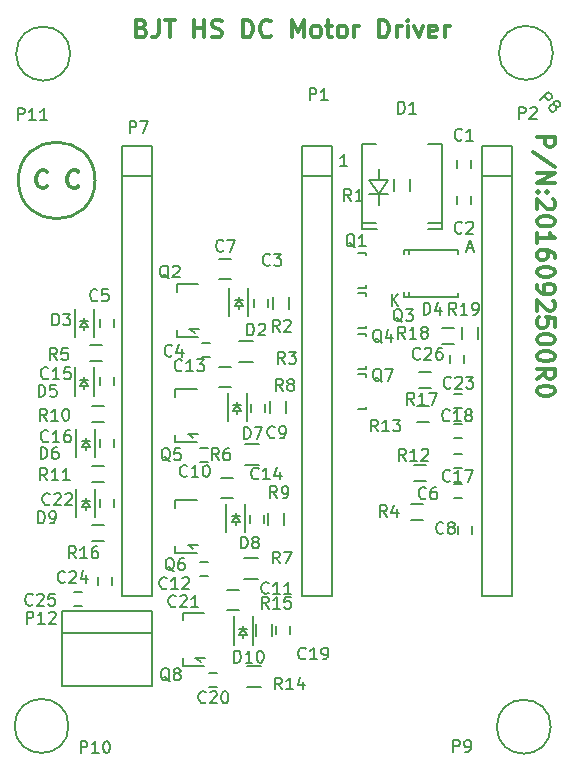
<source format=gbr>
G04 #@! TF.FileFunction,Legend,Top*
%FSLAX46Y46*%
G04 Gerber Fmt 4.6, Leading zero omitted, Abs format (unit mm)*
G04 Created by KiCad (PCBNEW 4.0.7) date 07/05/18 08:47:21*
%MOMM*%
%LPD*%
G01*
G04 APERTURE LIST*
%ADD10C,0.100000*%
%ADD11C,0.250000*%
%ADD12C,0.300000*%
%ADD13C,0.150000*%
G04 APERTURE END LIST*
D10*
D11*
X120671814Y-72913240D02*
G75*
G03X120671814Y-72913240I-3247614J0D01*
G01*
D12*
X116622938Y-73418474D02*
X116551509Y-73489903D01*
X116337223Y-73561331D01*
X116194366Y-73561331D01*
X115980081Y-73489903D01*
X115837223Y-73347046D01*
X115765795Y-73204189D01*
X115694366Y-72918474D01*
X115694366Y-72704189D01*
X115765795Y-72418474D01*
X115837223Y-72275617D01*
X115980081Y-72132760D01*
X116194366Y-72061331D01*
X116337223Y-72061331D01*
X116551509Y-72132760D01*
X116622938Y-72204189D01*
X119265795Y-73418474D02*
X119194366Y-73489903D01*
X118980080Y-73561331D01*
X118837223Y-73561331D01*
X118622938Y-73489903D01*
X118480080Y-73347046D01*
X118408652Y-73204189D01*
X118337223Y-72918474D01*
X118337223Y-72704189D01*
X118408652Y-72418474D01*
X118480080Y-72275617D01*
X118622938Y-72132760D01*
X118837223Y-72061331D01*
X118980080Y-72061331D01*
X119194366Y-72132760D01*
X119265795Y-72204189D01*
X158081589Y-69228751D02*
X159581589Y-69228751D01*
X159581589Y-69800179D01*
X159510160Y-69943037D01*
X159438731Y-70014465D01*
X159295874Y-70085894D01*
X159081589Y-70085894D01*
X158938731Y-70014465D01*
X158867303Y-69943037D01*
X158795874Y-69800179D01*
X158795874Y-69228751D01*
X159653017Y-71800179D02*
X157724446Y-70514465D01*
X158081589Y-72300180D02*
X159581589Y-72300180D01*
X158081589Y-73157323D01*
X159581589Y-73157323D01*
X158224446Y-73871609D02*
X158153017Y-73943037D01*
X158081589Y-73871609D01*
X158153017Y-73800180D01*
X158224446Y-73871609D01*
X158081589Y-73871609D01*
X159010160Y-73871609D02*
X158938731Y-73943037D01*
X158867303Y-73871609D01*
X158938731Y-73800180D01*
X159010160Y-73871609D01*
X158867303Y-73871609D01*
X159438731Y-74514466D02*
X159510160Y-74585895D01*
X159581589Y-74728752D01*
X159581589Y-75085895D01*
X159510160Y-75228752D01*
X159438731Y-75300181D01*
X159295874Y-75371609D01*
X159153017Y-75371609D01*
X158938731Y-75300181D01*
X158081589Y-74443038D01*
X158081589Y-75371609D01*
X159581589Y-76300180D02*
X159581589Y-76443037D01*
X159510160Y-76585894D01*
X159438731Y-76657323D01*
X159295874Y-76728752D01*
X159010160Y-76800180D01*
X158653017Y-76800180D01*
X158367303Y-76728752D01*
X158224446Y-76657323D01*
X158153017Y-76585894D01*
X158081589Y-76443037D01*
X158081589Y-76300180D01*
X158153017Y-76157323D01*
X158224446Y-76085894D01*
X158367303Y-76014466D01*
X158653017Y-75943037D01*
X159010160Y-75943037D01*
X159295874Y-76014466D01*
X159438731Y-76085894D01*
X159510160Y-76157323D01*
X159581589Y-76300180D01*
X158081589Y-78228751D02*
X158081589Y-77371608D01*
X158081589Y-77800180D02*
X159581589Y-77800180D01*
X159367303Y-77657323D01*
X159224446Y-77514465D01*
X159153017Y-77371608D01*
X159581589Y-79514465D02*
X159581589Y-79228751D01*
X159510160Y-79085894D01*
X159438731Y-79014465D01*
X159224446Y-78871608D01*
X158938731Y-78800179D01*
X158367303Y-78800179D01*
X158224446Y-78871608D01*
X158153017Y-78943036D01*
X158081589Y-79085894D01*
X158081589Y-79371608D01*
X158153017Y-79514465D01*
X158224446Y-79585894D01*
X158367303Y-79657322D01*
X158724446Y-79657322D01*
X158867303Y-79585894D01*
X158938731Y-79514465D01*
X159010160Y-79371608D01*
X159010160Y-79085894D01*
X158938731Y-78943036D01*
X158867303Y-78871608D01*
X158724446Y-78800179D01*
X159581589Y-80585893D02*
X159581589Y-80728750D01*
X159510160Y-80871607D01*
X159438731Y-80943036D01*
X159295874Y-81014465D01*
X159010160Y-81085893D01*
X158653017Y-81085893D01*
X158367303Y-81014465D01*
X158224446Y-80943036D01*
X158153017Y-80871607D01*
X158081589Y-80728750D01*
X158081589Y-80585893D01*
X158153017Y-80443036D01*
X158224446Y-80371607D01*
X158367303Y-80300179D01*
X158653017Y-80228750D01*
X159010160Y-80228750D01*
X159295874Y-80300179D01*
X159438731Y-80371607D01*
X159510160Y-80443036D01*
X159581589Y-80585893D01*
X158081589Y-81800178D02*
X158081589Y-82085893D01*
X158153017Y-82228750D01*
X158224446Y-82300178D01*
X158438731Y-82443036D01*
X158724446Y-82514464D01*
X159295874Y-82514464D01*
X159438731Y-82443036D01*
X159510160Y-82371607D01*
X159581589Y-82228750D01*
X159581589Y-81943036D01*
X159510160Y-81800178D01*
X159438731Y-81728750D01*
X159295874Y-81657321D01*
X158938731Y-81657321D01*
X158795874Y-81728750D01*
X158724446Y-81800178D01*
X158653017Y-81943036D01*
X158653017Y-82228750D01*
X158724446Y-82371607D01*
X158795874Y-82443036D01*
X158938731Y-82514464D01*
X159438731Y-83085892D02*
X159510160Y-83157321D01*
X159581589Y-83300178D01*
X159581589Y-83657321D01*
X159510160Y-83800178D01*
X159438731Y-83871607D01*
X159295874Y-83943035D01*
X159153017Y-83943035D01*
X158938731Y-83871607D01*
X158081589Y-83014464D01*
X158081589Y-83943035D01*
X159581589Y-85300178D02*
X159581589Y-84585892D01*
X158867303Y-84514463D01*
X158938731Y-84585892D01*
X159010160Y-84728749D01*
X159010160Y-85085892D01*
X158938731Y-85228749D01*
X158867303Y-85300178D01*
X158724446Y-85371606D01*
X158367303Y-85371606D01*
X158224446Y-85300178D01*
X158153017Y-85228749D01*
X158081589Y-85085892D01*
X158081589Y-84728749D01*
X158153017Y-84585892D01*
X158224446Y-84514463D01*
X159581589Y-86300177D02*
X159581589Y-86443034D01*
X159510160Y-86585891D01*
X159438731Y-86657320D01*
X159295874Y-86728749D01*
X159010160Y-86800177D01*
X158653017Y-86800177D01*
X158367303Y-86728749D01*
X158224446Y-86657320D01*
X158153017Y-86585891D01*
X158081589Y-86443034D01*
X158081589Y-86300177D01*
X158153017Y-86157320D01*
X158224446Y-86085891D01*
X158367303Y-86014463D01*
X158653017Y-85943034D01*
X159010160Y-85943034D01*
X159295874Y-86014463D01*
X159438731Y-86085891D01*
X159510160Y-86157320D01*
X159581589Y-86300177D01*
X159581589Y-87728748D02*
X159581589Y-87871605D01*
X159510160Y-88014462D01*
X159438731Y-88085891D01*
X159295874Y-88157320D01*
X159010160Y-88228748D01*
X158653017Y-88228748D01*
X158367303Y-88157320D01*
X158224446Y-88085891D01*
X158153017Y-88014462D01*
X158081589Y-87871605D01*
X158081589Y-87728748D01*
X158153017Y-87585891D01*
X158224446Y-87514462D01*
X158367303Y-87443034D01*
X158653017Y-87371605D01*
X159010160Y-87371605D01*
X159295874Y-87443034D01*
X159438731Y-87514462D01*
X159510160Y-87585891D01*
X159581589Y-87728748D01*
X158081589Y-89728748D02*
X158795874Y-89228748D01*
X158081589Y-88871605D02*
X159581589Y-88871605D01*
X159581589Y-89443033D01*
X159510160Y-89585891D01*
X159438731Y-89657319D01*
X159295874Y-89728748D01*
X159081589Y-89728748D01*
X158938731Y-89657319D01*
X158867303Y-89585891D01*
X158795874Y-89443033D01*
X158795874Y-88871605D01*
X159581589Y-90657319D02*
X159581589Y-90800176D01*
X159510160Y-90943033D01*
X159438731Y-91014462D01*
X159295874Y-91085891D01*
X159010160Y-91157319D01*
X158653017Y-91157319D01*
X158367303Y-91085891D01*
X158224446Y-91014462D01*
X158153017Y-90943033D01*
X158081589Y-90800176D01*
X158081589Y-90657319D01*
X158153017Y-90514462D01*
X158224446Y-90443033D01*
X158367303Y-90371605D01*
X158653017Y-90300176D01*
X159010160Y-90300176D01*
X159295874Y-90371605D01*
X159438731Y-90443033D01*
X159510160Y-90514462D01*
X159581589Y-90657319D01*
X124628750Y-60019737D02*
X124843036Y-60091166D01*
X124914464Y-60162594D01*
X124985893Y-60305451D01*
X124985893Y-60519737D01*
X124914464Y-60662594D01*
X124843036Y-60734023D01*
X124700178Y-60805451D01*
X124128750Y-60805451D01*
X124128750Y-59305451D01*
X124628750Y-59305451D01*
X124771607Y-59376880D01*
X124843036Y-59448309D01*
X124914464Y-59591166D01*
X124914464Y-59734023D01*
X124843036Y-59876880D01*
X124771607Y-59948309D01*
X124628750Y-60019737D01*
X124128750Y-60019737D01*
X126057321Y-59305451D02*
X126057321Y-60376880D01*
X125985893Y-60591166D01*
X125843036Y-60734023D01*
X125628750Y-60805451D01*
X125485893Y-60805451D01*
X126557321Y-59305451D02*
X127414464Y-59305451D01*
X126985893Y-60805451D02*
X126985893Y-59305451D01*
X129057321Y-60805451D02*
X129057321Y-59305451D01*
X129057321Y-60019737D02*
X129914464Y-60019737D01*
X129914464Y-60805451D02*
X129914464Y-59305451D01*
X130557321Y-60734023D02*
X130771607Y-60805451D01*
X131128750Y-60805451D01*
X131271607Y-60734023D01*
X131343036Y-60662594D01*
X131414464Y-60519737D01*
X131414464Y-60376880D01*
X131343036Y-60234023D01*
X131271607Y-60162594D01*
X131128750Y-60091166D01*
X130843036Y-60019737D01*
X130700178Y-59948309D01*
X130628750Y-59876880D01*
X130557321Y-59734023D01*
X130557321Y-59591166D01*
X130628750Y-59448309D01*
X130700178Y-59376880D01*
X130843036Y-59305451D01*
X131200178Y-59305451D01*
X131414464Y-59376880D01*
X133200178Y-60805451D02*
X133200178Y-59305451D01*
X133557321Y-59305451D01*
X133771606Y-59376880D01*
X133914464Y-59519737D01*
X133985892Y-59662594D01*
X134057321Y-59948309D01*
X134057321Y-60162594D01*
X133985892Y-60448309D01*
X133914464Y-60591166D01*
X133771606Y-60734023D01*
X133557321Y-60805451D01*
X133200178Y-60805451D01*
X135557321Y-60662594D02*
X135485892Y-60734023D01*
X135271606Y-60805451D01*
X135128749Y-60805451D01*
X134914464Y-60734023D01*
X134771606Y-60591166D01*
X134700178Y-60448309D01*
X134628749Y-60162594D01*
X134628749Y-59948309D01*
X134700178Y-59662594D01*
X134771606Y-59519737D01*
X134914464Y-59376880D01*
X135128749Y-59305451D01*
X135271606Y-59305451D01*
X135485892Y-59376880D01*
X135557321Y-59448309D01*
X137343035Y-60805451D02*
X137343035Y-59305451D01*
X137843035Y-60376880D01*
X138343035Y-59305451D01*
X138343035Y-60805451D01*
X139271607Y-60805451D02*
X139128749Y-60734023D01*
X139057321Y-60662594D01*
X138985892Y-60519737D01*
X138985892Y-60091166D01*
X139057321Y-59948309D01*
X139128749Y-59876880D01*
X139271607Y-59805451D01*
X139485892Y-59805451D01*
X139628749Y-59876880D01*
X139700178Y-59948309D01*
X139771607Y-60091166D01*
X139771607Y-60519737D01*
X139700178Y-60662594D01*
X139628749Y-60734023D01*
X139485892Y-60805451D01*
X139271607Y-60805451D01*
X140200178Y-59805451D02*
X140771607Y-59805451D01*
X140414464Y-59305451D02*
X140414464Y-60591166D01*
X140485892Y-60734023D01*
X140628750Y-60805451D01*
X140771607Y-60805451D01*
X141485893Y-60805451D02*
X141343035Y-60734023D01*
X141271607Y-60662594D01*
X141200178Y-60519737D01*
X141200178Y-60091166D01*
X141271607Y-59948309D01*
X141343035Y-59876880D01*
X141485893Y-59805451D01*
X141700178Y-59805451D01*
X141843035Y-59876880D01*
X141914464Y-59948309D01*
X141985893Y-60091166D01*
X141985893Y-60519737D01*
X141914464Y-60662594D01*
X141843035Y-60734023D01*
X141700178Y-60805451D01*
X141485893Y-60805451D01*
X142628750Y-60805451D02*
X142628750Y-59805451D01*
X142628750Y-60091166D02*
X142700178Y-59948309D01*
X142771607Y-59876880D01*
X142914464Y-59805451D01*
X143057321Y-59805451D01*
X144700178Y-60805451D02*
X144700178Y-59305451D01*
X145057321Y-59305451D01*
X145271606Y-59376880D01*
X145414464Y-59519737D01*
X145485892Y-59662594D01*
X145557321Y-59948309D01*
X145557321Y-60162594D01*
X145485892Y-60448309D01*
X145414464Y-60591166D01*
X145271606Y-60734023D01*
X145057321Y-60805451D01*
X144700178Y-60805451D01*
X146200178Y-60805451D02*
X146200178Y-59805451D01*
X146200178Y-60091166D02*
X146271606Y-59948309D01*
X146343035Y-59876880D01*
X146485892Y-59805451D01*
X146628749Y-59805451D01*
X147128749Y-60805451D02*
X147128749Y-59805451D01*
X147128749Y-59305451D02*
X147057320Y-59376880D01*
X147128749Y-59448309D01*
X147200177Y-59376880D01*
X147128749Y-59305451D01*
X147128749Y-59448309D01*
X147700178Y-59805451D02*
X148057321Y-60805451D01*
X148414463Y-59805451D01*
X149557320Y-60734023D02*
X149414463Y-60805451D01*
X149128749Y-60805451D01*
X148985892Y-60734023D01*
X148914463Y-60591166D01*
X148914463Y-60019737D01*
X148985892Y-59876880D01*
X149128749Y-59805451D01*
X149414463Y-59805451D01*
X149557320Y-59876880D01*
X149628749Y-60019737D01*
X149628749Y-60162594D01*
X148914463Y-60305451D01*
X150271606Y-60805451D02*
X150271606Y-59805451D01*
X150271606Y-60091166D02*
X150343034Y-59948309D01*
X150414463Y-59876880D01*
X150557320Y-59805451D01*
X150700177Y-59805451D01*
D13*
X142017715Y-71699381D02*
X141446286Y-71699381D01*
X141732000Y-71699381D02*
X141732000Y-70699381D01*
X141636762Y-70842238D01*
X141541524Y-70937476D01*
X141446286Y-70985095D01*
X151292000Y-71851000D02*
X151292000Y-71151000D01*
X152492000Y-71151000D02*
X152492000Y-71851000D01*
X151292000Y-74899000D02*
X151292000Y-74199000D01*
X152492000Y-74199000D02*
X152492000Y-74899000D01*
X134147000Y-83662000D02*
X134147000Y-82962000D01*
X135347000Y-82962000D02*
X135347000Y-83662000D01*
X130398000Y-87849000D02*
X129698000Y-87849000D01*
X129698000Y-86649000D02*
X130398000Y-86649000D01*
X121066000Y-85313000D02*
X121066000Y-84613000D01*
X122266000Y-84613000D02*
X122266000Y-85313000D01*
X151034000Y-98587000D02*
X151734000Y-98587000D01*
X151734000Y-99787000D02*
X151034000Y-99787000D01*
X131199000Y-81241000D02*
X132199000Y-81241000D01*
X132199000Y-79541000D02*
X131199000Y-79541000D01*
X151419000Y-102839000D02*
X151419000Y-102139000D01*
X152619000Y-102139000D02*
X152619000Y-102839000D01*
X144686020Y-74055440D02*
X144686020Y-74957140D01*
X144686020Y-72904820D02*
X144686020Y-71906600D01*
X150086060Y-76555460D02*
X148884640Y-76555460D01*
X143283940Y-76555460D02*
X144485360Y-76555460D01*
X150086060Y-69806820D02*
X148884640Y-69806820D01*
X143283940Y-69806820D02*
X144485360Y-69806820D01*
X150086060Y-77005180D02*
X148833840Y-77005180D01*
X143283940Y-77005180D02*
X144536160Y-77005180D01*
X143885920Y-74055440D02*
X145486120Y-74055440D01*
X145435320Y-72904820D02*
X143885920Y-72904820D01*
X144686020Y-74055440D02*
X145435320Y-72904820D01*
X144686020Y-74055440D02*
X143885920Y-72904820D01*
X150086060Y-77005180D02*
X150086060Y-69806820D01*
X143283940Y-77005180D02*
X143283940Y-69806820D01*
X146791680Y-82572000D02*
X146791680Y-82372200D01*
X147248720Y-82522000D02*
X147248720Y-82373000D01*
X151394160Y-82572000D02*
X151394160Y-82423000D01*
X146796760Y-78972000D02*
X146796760Y-79121000D01*
X147248720Y-78972000D02*
X147248720Y-79121000D01*
X151399240Y-78972000D02*
X151399240Y-79121000D01*
X147248720Y-82720980D02*
X147248720Y-82522860D01*
X147248720Y-78773020D02*
X147248720Y-78971140D01*
X151394160Y-82768440D02*
X151394160Y-82570320D01*
X146791680Y-82768440D02*
X151394160Y-82768440D01*
X146791680Y-82768440D02*
X146791680Y-82570320D01*
X146796760Y-78773020D02*
X146796760Y-78971140D01*
X146796760Y-78773020D02*
X151399240Y-78773020D01*
X151399240Y-78773020D02*
X151399240Y-78971140D01*
X143652240Y-81817160D02*
X143652240Y-81768900D01*
X142951200Y-79018180D02*
X143652240Y-79018180D01*
X143652240Y-79018180D02*
X143652240Y-79267100D01*
X143652240Y-81817160D02*
X143652240Y-82017820D01*
X143652240Y-82017820D02*
X142951200Y-82017820D01*
X147360000Y-72779000D02*
X147360000Y-73779000D01*
X146010000Y-73779000D02*
X146010000Y-72779000D01*
X135723000Y-83812000D02*
X135723000Y-82812000D01*
X137073000Y-82812000D02*
X137073000Y-83812000D01*
X134077000Y-88251000D02*
X132877000Y-88251000D01*
X132877000Y-86501000D02*
X134077000Y-86501000D01*
X147455000Y-100290000D02*
X148455000Y-100290000D01*
X148455000Y-101640000D02*
X147455000Y-101640000D01*
X120277000Y-86828000D02*
X121277000Y-86828000D01*
X121277000Y-88178000D02*
X120277000Y-88178000D01*
X129105660Y-85846920D02*
X128805940Y-85598000D01*
X128805940Y-85598000D02*
X128656080Y-85496400D01*
X128656080Y-85496400D02*
X129504440Y-85496400D01*
X127604520Y-86197440D02*
X129405380Y-86197440D01*
X127604520Y-86197440D02*
X127604520Y-85547200D01*
X127604520Y-81696560D02*
X129405380Y-81696560D01*
X127604520Y-81696560D02*
X127604520Y-82346800D01*
X133893000Y-92552000D02*
X133893000Y-91852000D01*
X135093000Y-91852000D02*
X135093000Y-92552000D01*
X130271000Y-96739000D02*
X129571000Y-96739000D01*
X129571000Y-95539000D02*
X130271000Y-95539000D01*
X133766000Y-101950000D02*
X133766000Y-101250000D01*
X134966000Y-101250000D02*
X134966000Y-101950000D01*
X130271000Y-106391000D02*
X129571000Y-106391000D01*
X129571000Y-105191000D02*
X130271000Y-105191000D01*
X131199000Y-90385000D02*
X132199000Y-90385000D01*
X132199000Y-88685000D02*
X131199000Y-88685000D01*
X131326000Y-99783000D02*
X132326000Y-99783000D01*
X132326000Y-98083000D02*
X131326000Y-98083000D01*
X121066000Y-90266000D02*
X121066000Y-89566000D01*
X122266000Y-89566000D02*
X122266000Y-90266000D01*
X121066000Y-95473000D02*
X121066000Y-94773000D01*
X122266000Y-94773000D02*
X122266000Y-95473000D01*
X151034000Y-96047000D02*
X151734000Y-96047000D01*
X151734000Y-97247000D02*
X151034000Y-97247000D01*
X151034000Y-93507000D02*
X151734000Y-93507000D01*
X151734000Y-94707000D02*
X151034000Y-94707000D01*
X135950400Y-111307360D02*
X135950400Y-110607360D01*
X137150400Y-110607360D02*
X137150400Y-111307360D01*
X131033000Y-115789000D02*
X130333000Y-115789000D01*
X130333000Y-114589000D02*
X131033000Y-114589000D01*
X131834000Y-109308000D02*
X132834000Y-109308000D01*
X132834000Y-107608000D02*
X131834000Y-107608000D01*
X121066000Y-100553000D02*
X121066000Y-99853000D01*
X122266000Y-99853000D02*
X122266000Y-100553000D01*
X151034000Y-90967000D02*
X151734000Y-90967000D01*
X151734000Y-92167000D02*
X151034000Y-92167000D01*
X122139000Y-106457000D02*
X122139000Y-107157000D01*
X120939000Y-107157000D02*
X120939000Y-106457000D01*
X125476000Y-72517000D02*
X125476000Y-69977000D01*
X125476000Y-69977000D02*
X122936000Y-69977000D01*
X122936000Y-69977000D02*
X122936000Y-72517000D01*
X125476000Y-72517000D02*
X125476000Y-108077000D01*
X125476000Y-108077000D02*
X122936000Y-108077000D01*
X122936000Y-108077000D02*
X122936000Y-72517000D01*
X122936000Y-72517000D02*
X125476000Y-72517000D01*
X143652240Y-85246160D02*
X143652240Y-85197900D01*
X142951200Y-82447180D02*
X143652240Y-82447180D01*
X143652240Y-82447180D02*
X143652240Y-82696100D01*
X143652240Y-85246160D02*
X143652240Y-85446820D01*
X143652240Y-85446820D02*
X142951200Y-85446820D01*
X143652240Y-88675160D02*
X143652240Y-88626900D01*
X142951200Y-85876180D02*
X143652240Y-85876180D01*
X143652240Y-85876180D02*
X143652240Y-86125100D01*
X143652240Y-88675160D02*
X143652240Y-88875820D01*
X143652240Y-88875820D02*
X142951200Y-88875820D01*
X128978660Y-94736920D02*
X128678940Y-94488000D01*
X128678940Y-94488000D02*
X128529080Y-94386400D01*
X128529080Y-94386400D02*
X129377440Y-94386400D01*
X127477520Y-95087440D02*
X129278380Y-95087440D01*
X127477520Y-95087440D02*
X127477520Y-94437200D01*
X127477520Y-90586560D02*
X129278380Y-90586560D01*
X127477520Y-90586560D02*
X127477520Y-91236800D01*
X128978660Y-104134920D02*
X128678940Y-103886000D01*
X128678940Y-103886000D02*
X128529080Y-103784400D01*
X128529080Y-103784400D02*
X129377440Y-103784400D01*
X127477520Y-104485440D02*
X129278380Y-104485440D01*
X127477520Y-104485440D02*
X127477520Y-103835200D01*
X127477520Y-99984560D02*
X129278380Y-99984560D01*
X127477520Y-99984560D02*
X127477520Y-100634800D01*
X143652240Y-92104160D02*
X143652240Y-92055900D01*
X142951200Y-89305180D02*
X143652240Y-89305180D01*
X143652240Y-89305180D02*
X143652240Y-89554100D01*
X143652240Y-92104160D02*
X143652240Y-92304820D01*
X143652240Y-92304820D02*
X142951200Y-92304820D01*
X129613660Y-113659920D02*
X129313940Y-113411000D01*
X129313940Y-113411000D02*
X129164080Y-113309400D01*
X129164080Y-113309400D02*
X130012440Y-113309400D01*
X128112520Y-114010440D02*
X129913380Y-114010440D01*
X128112520Y-114010440D02*
X128112520Y-113360200D01*
X128112520Y-109509560D02*
X129913380Y-109509560D01*
X128112520Y-109509560D02*
X128112520Y-110159800D01*
X134585000Y-97014000D02*
X133385000Y-97014000D01*
X133385000Y-95264000D02*
X134585000Y-95264000D01*
X134458000Y-106666000D02*
X133258000Y-106666000D01*
X133258000Y-104916000D02*
X134458000Y-104916000D01*
X135469000Y-92575000D02*
X135469000Y-91575000D01*
X136819000Y-91575000D02*
X136819000Y-92575000D01*
X135342000Y-102100000D02*
X135342000Y-101100000D01*
X136692000Y-101100000D02*
X136692000Y-102100000D01*
X120404000Y-92035000D02*
X121404000Y-92035000D01*
X121404000Y-93385000D02*
X120404000Y-93385000D01*
X120404000Y-97115000D02*
X121404000Y-97115000D01*
X121404000Y-98465000D02*
X120404000Y-98465000D01*
X147709000Y-96988000D02*
X148709000Y-96988000D01*
X148709000Y-98338000D02*
X147709000Y-98338000D01*
X147963000Y-92035000D02*
X148963000Y-92035000D01*
X148963000Y-93385000D02*
X147963000Y-93385000D01*
X134712000Y-115810000D02*
X133512000Y-115810000D01*
X133512000Y-114060000D02*
X134712000Y-114060000D01*
X134320920Y-111492920D02*
X134320920Y-110492920D01*
X135670920Y-110492920D02*
X135670920Y-111492920D01*
X120404000Y-102068000D02*
X121404000Y-102068000D01*
X121404000Y-103418000D02*
X120404000Y-103418000D01*
X148090000Y-89114000D02*
X149090000Y-89114000D01*
X149090000Y-90464000D02*
X148090000Y-90464000D01*
X118908080Y-107715760D02*
X119608080Y-107715760D01*
X119608080Y-108915760D02*
X118908080Y-108915760D01*
X132842000Y-83562000D02*
X132842000Y-83812000D01*
X132842000Y-83062000D02*
X132842000Y-82812000D01*
X132842000Y-83062000D02*
X133192000Y-83562000D01*
X133192000Y-83562000D02*
X132492000Y-83562000D01*
X132492000Y-83562000D02*
X132842000Y-83062000D01*
X133192000Y-83062000D02*
X132492000Y-83062000D01*
X132042000Y-82012000D02*
X132042000Y-84412000D01*
X133642000Y-82012000D02*
X133642000Y-84412000D01*
X119761000Y-85340000D02*
X119761000Y-85590000D01*
X119761000Y-84840000D02*
X119761000Y-84590000D01*
X119761000Y-84840000D02*
X120111000Y-85340000D01*
X120111000Y-85340000D02*
X119411000Y-85340000D01*
X119411000Y-85340000D02*
X119761000Y-84840000D01*
X120111000Y-84840000D02*
X119411000Y-84840000D01*
X118961000Y-83790000D02*
X118961000Y-86190000D01*
X120561000Y-83790000D02*
X120561000Y-86190000D01*
X119761000Y-90293000D02*
X119761000Y-90543000D01*
X119761000Y-89793000D02*
X119761000Y-89543000D01*
X119761000Y-89793000D02*
X120111000Y-90293000D01*
X120111000Y-90293000D02*
X119411000Y-90293000D01*
X119411000Y-90293000D02*
X119761000Y-89793000D01*
X120111000Y-89793000D02*
X119411000Y-89793000D01*
X118961000Y-88743000D02*
X118961000Y-91143000D01*
X120561000Y-88743000D02*
X120561000Y-91143000D01*
X119888000Y-95500000D02*
X119888000Y-95750000D01*
X119888000Y-95000000D02*
X119888000Y-94750000D01*
X119888000Y-95000000D02*
X120238000Y-95500000D01*
X120238000Y-95500000D02*
X119538000Y-95500000D01*
X119538000Y-95500000D02*
X119888000Y-95000000D01*
X120238000Y-95000000D02*
X119538000Y-95000000D01*
X119088000Y-93950000D02*
X119088000Y-96350000D01*
X120688000Y-93950000D02*
X120688000Y-96350000D01*
X132715000Y-92452000D02*
X132715000Y-92702000D01*
X132715000Y-91952000D02*
X132715000Y-91702000D01*
X132715000Y-91952000D02*
X133065000Y-92452000D01*
X133065000Y-92452000D02*
X132365000Y-92452000D01*
X132365000Y-92452000D02*
X132715000Y-91952000D01*
X133065000Y-91952000D02*
X132365000Y-91952000D01*
X131915000Y-90902000D02*
X131915000Y-93302000D01*
X133515000Y-90902000D02*
X133515000Y-93302000D01*
X132588000Y-101850000D02*
X132588000Y-102100000D01*
X132588000Y-101350000D02*
X132588000Y-101100000D01*
X132588000Y-101350000D02*
X132938000Y-101850000D01*
X132938000Y-101850000D02*
X132238000Y-101850000D01*
X132238000Y-101850000D02*
X132588000Y-101350000D01*
X132938000Y-101350000D02*
X132238000Y-101350000D01*
X131788000Y-100300000D02*
X131788000Y-102700000D01*
X133388000Y-100300000D02*
X133388000Y-102700000D01*
X119888000Y-100580000D02*
X119888000Y-100830000D01*
X119888000Y-100080000D02*
X119888000Y-99830000D01*
X119888000Y-100080000D02*
X120238000Y-100580000D01*
X120238000Y-100580000D02*
X119538000Y-100580000D01*
X119538000Y-100580000D02*
X119888000Y-100080000D01*
X120238000Y-100080000D02*
X119538000Y-100080000D01*
X119088000Y-99030000D02*
X119088000Y-101430000D01*
X120688000Y-99030000D02*
X120688000Y-101430000D01*
X133223000Y-111375000D02*
X133223000Y-111625000D01*
X133223000Y-110875000D02*
X133223000Y-110625000D01*
X133223000Y-110875000D02*
X133573000Y-111375000D01*
X133573000Y-111375000D02*
X132873000Y-111375000D01*
X132873000Y-111375000D02*
X133223000Y-110875000D01*
X133573000Y-110875000D02*
X132873000Y-110875000D01*
X132423000Y-109825000D02*
X132423000Y-112225000D01*
X134023000Y-109825000D02*
X134023000Y-112225000D01*
X140716000Y-72517000D02*
X140716000Y-69977000D01*
X140716000Y-69977000D02*
X138176000Y-69977000D01*
X138176000Y-69977000D02*
X138176000Y-72517000D01*
X140716000Y-72517000D02*
X140716000Y-108077000D01*
X140716000Y-108077000D02*
X138176000Y-108077000D01*
X138176000Y-108077000D02*
X138176000Y-72517000D01*
X138176000Y-72517000D02*
X140716000Y-72517000D01*
X155956000Y-72517000D02*
X155956000Y-69977000D01*
X155956000Y-69977000D02*
X153416000Y-69977000D01*
X153416000Y-69977000D02*
X153416000Y-72517000D01*
X155956000Y-72517000D02*
X155956000Y-108077000D01*
X155956000Y-108077000D02*
X153416000Y-108077000D01*
X153416000Y-108077000D02*
X153416000Y-72517000D01*
X153416000Y-72517000D02*
X155956000Y-72517000D01*
X117856000Y-109347000D02*
X117856000Y-115697000D01*
X125476000Y-109347000D02*
X125476000Y-115697000D01*
X125476000Y-111252000D02*
X117856000Y-111252000D01*
X117856000Y-109347000D02*
X125476000Y-109347000D01*
X125476000Y-115697000D02*
X117856000Y-115697000D01*
X159440880Y-62113160D02*
G75*
G03X159440880Y-62113160I-2286000J0D01*
G01*
X159252920Y-119161560D02*
G75*
G03X159252920Y-119161560I-2286000J0D01*
G01*
X118430040Y-119100600D02*
G75*
G03X118430040Y-119100600I-2286000J0D01*
G01*
X118562120Y-62174120D02*
G75*
G03X118562120Y-62174120I-2286000J0D01*
G01*
X150702720Y-88361000D02*
X150702720Y-87661000D01*
X151902720Y-87661000D02*
X151902720Y-88361000D01*
X150061040Y-85395440D02*
X151061040Y-85395440D01*
X151061040Y-86745440D02*
X150061040Y-86745440D01*
X151725000Y-86352000D02*
X151725000Y-85352000D01*
X153075000Y-85352000D02*
X153075000Y-86352000D01*
X151725334Y-69445143D02*
X151677715Y-69492762D01*
X151534858Y-69540381D01*
X151439620Y-69540381D01*
X151296762Y-69492762D01*
X151201524Y-69397524D01*
X151153905Y-69302286D01*
X151106286Y-69111810D01*
X151106286Y-68968952D01*
X151153905Y-68778476D01*
X151201524Y-68683238D01*
X151296762Y-68588000D01*
X151439620Y-68540381D01*
X151534858Y-68540381D01*
X151677715Y-68588000D01*
X151725334Y-68635619D01*
X152677715Y-69540381D02*
X152106286Y-69540381D01*
X152392000Y-69540381D02*
X152392000Y-68540381D01*
X152296762Y-68683238D01*
X152201524Y-68778476D01*
X152106286Y-68826095D01*
X151725334Y-77319143D02*
X151677715Y-77366762D01*
X151534858Y-77414381D01*
X151439620Y-77414381D01*
X151296762Y-77366762D01*
X151201524Y-77271524D01*
X151153905Y-77176286D01*
X151106286Y-76985810D01*
X151106286Y-76842952D01*
X151153905Y-76652476D01*
X151201524Y-76557238D01*
X151296762Y-76462000D01*
X151439620Y-76414381D01*
X151534858Y-76414381D01*
X151677715Y-76462000D01*
X151725334Y-76509619D01*
X152106286Y-76509619D02*
X152153905Y-76462000D01*
X152249143Y-76414381D01*
X152487239Y-76414381D01*
X152582477Y-76462000D01*
X152630096Y-76509619D01*
X152677715Y-76604857D01*
X152677715Y-76700095D01*
X152630096Y-76842952D01*
X152058667Y-77414381D01*
X152677715Y-77414381D01*
X135479494Y-80031863D02*
X135431875Y-80079482D01*
X135289018Y-80127101D01*
X135193780Y-80127101D01*
X135050922Y-80079482D01*
X134955684Y-79984244D01*
X134908065Y-79889006D01*
X134860446Y-79698530D01*
X134860446Y-79555672D01*
X134908065Y-79365196D01*
X134955684Y-79269958D01*
X135050922Y-79174720D01*
X135193780Y-79127101D01*
X135289018Y-79127101D01*
X135431875Y-79174720D01*
X135479494Y-79222339D01*
X135812827Y-79127101D02*
X136431875Y-79127101D01*
X136098541Y-79508053D01*
X136241399Y-79508053D01*
X136336637Y-79555672D01*
X136384256Y-79603291D01*
X136431875Y-79698530D01*
X136431875Y-79936625D01*
X136384256Y-80031863D01*
X136336637Y-80079482D01*
X136241399Y-80127101D01*
X135955684Y-80127101D01*
X135860446Y-80079482D01*
X135812827Y-80031863D01*
X127178774Y-87733143D02*
X127131155Y-87780762D01*
X126988298Y-87828381D01*
X126893060Y-87828381D01*
X126750202Y-87780762D01*
X126654964Y-87685524D01*
X126607345Y-87590286D01*
X126559726Y-87399810D01*
X126559726Y-87256952D01*
X126607345Y-87066476D01*
X126654964Y-86971238D01*
X126750202Y-86876000D01*
X126893060Y-86828381D01*
X126988298Y-86828381D01*
X127131155Y-86876000D01*
X127178774Y-86923619D01*
X128035917Y-87161714D02*
X128035917Y-87828381D01*
X127797821Y-86780762D02*
X127559726Y-87495048D01*
X128178774Y-87495048D01*
X120864334Y-83034143D02*
X120816715Y-83081762D01*
X120673858Y-83129381D01*
X120578620Y-83129381D01*
X120435762Y-83081762D01*
X120340524Y-82986524D01*
X120292905Y-82891286D01*
X120245286Y-82700810D01*
X120245286Y-82557952D01*
X120292905Y-82367476D01*
X120340524Y-82272238D01*
X120435762Y-82177000D01*
X120578620Y-82129381D01*
X120673858Y-82129381D01*
X120816715Y-82177000D01*
X120864334Y-82224619D01*
X121769096Y-82129381D02*
X121292905Y-82129381D01*
X121245286Y-82605571D01*
X121292905Y-82557952D01*
X121388143Y-82510333D01*
X121626239Y-82510333D01*
X121721477Y-82557952D01*
X121769096Y-82605571D01*
X121816715Y-82700810D01*
X121816715Y-82938905D01*
X121769096Y-83034143D01*
X121721477Y-83081762D01*
X121626239Y-83129381D01*
X121388143Y-83129381D01*
X121292905Y-83081762D01*
X121245286Y-83034143D01*
X148677334Y-99798143D02*
X148629715Y-99845762D01*
X148486858Y-99893381D01*
X148391620Y-99893381D01*
X148248762Y-99845762D01*
X148153524Y-99750524D01*
X148105905Y-99655286D01*
X148058286Y-99464810D01*
X148058286Y-99321952D01*
X148105905Y-99131476D01*
X148153524Y-99036238D01*
X148248762Y-98941000D01*
X148391620Y-98893381D01*
X148486858Y-98893381D01*
X148629715Y-98941000D01*
X148677334Y-98988619D01*
X149534477Y-98893381D02*
X149344000Y-98893381D01*
X149248762Y-98941000D01*
X149201143Y-98988619D01*
X149105905Y-99131476D01*
X149058286Y-99321952D01*
X149058286Y-99702905D01*
X149105905Y-99798143D01*
X149153524Y-99845762D01*
X149248762Y-99893381D01*
X149439239Y-99893381D01*
X149534477Y-99845762D01*
X149582096Y-99798143D01*
X149629715Y-99702905D01*
X149629715Y-99464810D01*
X149582096Y-99369571D01*
X149534477Y-99321952D01*
X149439239Y-99274333D01*
X149248762Y-99274333D01*
X149153524Y-99321952D01*
X149105905Y-99369571D01*
X149058286Y-99464810D01*
X131532334Y-78843143D02*
X131484715Y-78890762D01*
X131341858Y-78938381D01*
X131246620Y-78938381D01*
X131103762Y-78890762D01*
X131008524Y-78795524D01*
X130960905Y-78700286D01*
X130913286Y-78509810D01*
X130913286Y-78366952D01*
X130960905Y-78176476D01*
X131008524Y-78081238D01*
X131103762Y-77986000D01*
X131246620Y-77938381D01*
X131341858Y-77938381D01*
X131484715Y-77986000D01*
X131532334Y-78033619D01*
X131865667Y-77938381D02*
X132532334Y-77938381D01*
X132103762Y-78938381D01*
X150160694Y-102739463D02*
X150113075Y-102787082D01*
X149970218Y-102834701D01*
X149874980Y-102834701D01*
X149732122Y-102787082D01*
X149636884Y-102691844D01*
X149589265Y-102596606D01*
X149541646Y-102406130D01*
X149541646Y-102263272D01*
X149589265Y-102072796D01*
X149636884Y-101977558D01*
X149732122Y-101882320D01*
X149874980Y-101834701D01*
X149970218Y-101834701D01*
X150113075Y-101882320D01*
X150160694Y-101929939D01*
X150732122Y-102263272D02*
X150636884Y-102215653D01*
X150589265Y-102168034D01*
X150541646Y-102072796D01*
X150541646Y-102025177D01*
X150589265Y-101929939D01*
X150636884Y-101882320D01*
X150732122Y-101834701D01*
X150922599Y-101834701D01*
X151017837Y-101882320D01*
X151065456Y-101929939D01*
X151113075Y-102025177D01*
X151113075Y-102072796D01*
X151065456Y-102168034D01*
X151017837Y-102215653D01*
X150922599Y-102263272D01*
X150732122Y-102263272D01*
X150636884Y-102310891D01*
X150589265Y-102358510D01*
X150541646Y-102453749D01*
X150541646Y-102644225D01*
X150589265Y-102739463D01*
X150636884Y-102787082D01*
X150732122Y-102834701D01*
X150922599Y-102834701D01*
X151017837Y-102787082D01*
X151065456Y-102739463D01*
X151113075Y-102644225D01*
X151113075Y-102453749D01*
X151065456Y-102358510D01*
X151017837Y-102310891D01*
X150922599Y-102263272D01*
X146327905Y-67254381D02*
X146327905Y-66254381D01*
X146566000Y-66254381D01*
X146708858Y-66302000D01*
X146804096Y-66397238D01*
X146851715Y-66492476D01*
X146899334Y-66682952D01*
X146899334Y-66825810D01*
X146851715Y-67016286D01*
X146804096Y-67111524D01*
X146708858Y-67206762D01*
X146566000Y-67254381D01*
X146327905Y-67254381D01*
X147851715Y-67254381D02*
X147280286Y-67254381D01*
X147566000Y-67254381D02*
X147566000Y-66254381D01*
X147470762Y-66397238D01*
X147375524Y-66492476D01*
X147280286Y-66540095D01*
X148486905Y-84272381D02*
X148486905Y-83272381D01*
X148725000Y-83272381D01*
X148867858Y-83320000D01*
X148963096Y-83415238D01*
X149010715Y-83510476D01*
X149058334Y-83700952D01*
X149058334Y-83843810D01*
X149010715Y-84034286D01*
X148963096Y-84129524D01*
X148867858Y-84224762D01*
X148725000Y-84272381D01*
X148486905Y-84272381D01*
X149915477Y-83605714D02*
X149915477Y-84272381D01*
X149677381Y-83224762D02*
X149439286Y-83939048D01*
X150058334Y-83939048D01*
X145788095Y-83510381D02*
X145788095Y-82510381D01*
X146359524Y-83510381D02*
X145930952Y-82938952D01*
X146359524Y-82510381D02*
X145788095Y-83081810D01*
X152161905Y-78652667D02*
X152638096Y-78652667D01*
X152066667Y-78938381D02*
X152400000Y-77938381D01*
X152733334Y-78938381D01*
X142678162Y-78576419D02*
X142582924Y-78528800D01*
X142487686Y-78433562D01*
X142344829Y-78290705D01*
X142249590Y-78243086D01*
X142154352Y-78243086D01*
X142201971Y-78481181D02*
X142106733Y-78433562D01*
X142011495Y-78338324D01*
X141963876Y-78147848D01*
X141963876Y-77814514D01*
X142011495Y-77624038D01*
X142106733Y-77528800D01*
X142201971Y-77481181D01*
X142392448Y-77481181D01*
X142487686Y-77528800D01*
X142582924Y-77624038D01*
X142630543Y-77814514D01*
X142630543Y-78147848D01*
X142582924Y-78338324D01*
X142487686Y-78433562D01*
X142392448Y-78481181D01*
X142201971Y-78481181D01*
X143582924Y-78481181D02*
X143011495Y-78481181D01*
X143297209Y-78481181D02*
X143297209Y-77481181D01*
X143201971Y-77624038D01*
X143106733Y-77719276D01*
X143011495Y-77766895D01*
X142347654Y-74635621D02*
X142014320Y-74159430D01*
X141776225Y-74635621D02*
X141776225Y-73635621D01*
X142157178Y-73635621D01*
X142252416Y-73683240D01*
X142300035Y-73730859D01*
X142347654Y-73826097D01*
X142347654Y-73968954D01*
X142300035Y-74064192D01*
X142252416Y-74111811D01*
X142157178Y-74159430D01*
X141776225Y-74159430D01*
X143300035Y-74635621D02*
X142728606Y-74635621D01*
X143014320Y-74635621D02*
X143014320Y-73635621D01*
X142919082Y-73778478D01*
X142823844Y-73873716D01*
X142728606Y-73921335D01*
X136307534Y-85704941D02*
X135974200Y-85228750D01*
X135736105Y-85704941D02*
X135736105Y-84704941D01*
X136117058Y-84704941D01*
X136212296Y-84752560D01*
X136259915Y-84800179D01*
X136307534Y-84895417D01*
X136307534Y-85038274D01*
X136259915Y-85133512D01*
X136212296Y-85181131D01*
X136117058Y-85228750D01*
X135736105Y-85228750D01*
X136688486Y-84800179D02*
X136736105Y-84752560D01*
X136831343Y-84704941D01*
X137069439Y-84704941D01*
X137164677Y-84752560D01*
X137212296Y-84800179D01*
X137259915Y-84895417D01*
X137259915Y-84990655D01*
X137212296Y-85133512D01*
X136640867Y-85704941D01*
X137259915Y-85704941D01*
X136719014Y-88427821D02*
X136385680Y-87951630D01*
X136147585Y-88427821D02*
X136147585Y-87427821D01*
X136528538Y-87427821D01*
X136623776Y-87475440D01*
X136671395Y-87523059D01*
X136719014Y-87618297D01*
X136719014Y-87761154D01*
X136671395Y-87856392D01*
X136623776Y-87904011D01*
X136528538Y-87951630D01*
X136147585Y-87951630D01*
X137052347Y-87427821D02*
X137671395Y-87427821D01*
X137338061Y-87808773D01*
X137480919Y-87808773D01*
X137576157Y-87856392D01*
X137623776Y-87904011D01*
X137671395Y-87999250D01*
X137671395Y-88237345D01*
X137623776Y-88332583D01*
X137576157Y-88380202D01*
X137480919Y-88427821D01*
X137195204Y-88427821D01*
X137099966Y-88380202D01*
X137052347Y-88332583D01*
X145375334Y-101417381D02*
X145042000Y-100941190D01*
X144803905Y-101417381D02*
X144803905Y-100417381D01*
X145184858Y-100417381D01*
X145280096Y-100465000D01*
X145327715Y-100512619D01*
X145375334Y-100607857D01*
X145375334Y-100750714D01*
X145327715Y-100845952D01*
X145280096Y-100893571D01*
X145184858Y-100941190D01*
X144803905Y-100941190D01*
X146232477Y-100750714D02*
X146232477Y-101417381D01*
X145994381Y-100369762D02*
X145756286Y-101084048D01*
X146375334Y-101084048D01*
X117445494Y-88107781D02*
X117112160Y-87631590D01*
X116874065Y-88107781D02*
X116874065Y-87107781D01*
X117255018Y-87107781D01*
X117350256Y-87155400D01*
X117397875Y-87203019D01*
X117445494Y-87298257D01*
X117445494Y-87441114D01*
X117397875Y-87536352D01*
X117350256Y-87583971D01*
X117255018Y-87631590D01*
X116874065Y-87631590D01*
X118350256Y-87107781D02*
X117874065Y-87107781D01*
X117826446Y-87583971D01*
X117874065Y-87536352D01*
X117969303Y-87488733D01*
X118207399Y-87488733D01*
X118302637Y-87536352D01*
X118350256Y-87583971D01*
X118397875Y-87679210D01*
X118397875Y-87917305D01*
X118350256Y-88012543D01*
X118302637Y-88060162D01*
X118207399Y-88107781D01*
X117969303Y-88107781D01*
X117874065Y-88060162D01*
X117826446Y-88012543D01*
X126920002Y-81212939D02*
X126824764Y-81165320D01*
X126729526Y-81070082D01*
X126586669Y-80927225D01*
X126491430Y-80879606D01*
X126396192Y-80879606D01*
X126443811Y-81117701D02*
X126348573Y-81070082D01*
X126253335Y-80974844D01*
X126205716Y-80784368D01*
X126205716Y-80451034D01*
X126253335Y-80260558D01*
X126348573Y-80165320D01*
X126443811Y-80117701D01*
X126634288Y-80117701D01*
X126729526Y-80165320D01*
X126824764Y-80260558D01*
X126872383Y-80451034D01*
X126872383Y-80784368D01*
X126824764Y-80974844D01*
X126729526Y-81070082D01*
X126634288Y-81117701D01*
X126443811Y-81117701D01*
X127253335Y-80212939D02*
X127300954Y-80165320D01*
X127396192Y-80117701D01*
X127634288Y-80117701D01*
X127729526Y-80165320D01*
X127777145Y-80212939D01*
X127824764Y-80308177D01*
X127824764Y-80403415D01*
X127777145Y-80546272D01*
X127205716Y-81117701D01*
X127824764Y-81117701D01*
X135885894Y-94636863D02*
X135838275Y-94684482D01*
X135695418Y-94732101D01*
X135600180Y-94732101D01*
X135457322Y-94684482D01*
X135362084Y-94589244D01*
X135314465Y-94494006D01*
X135266846Y-94303530D01*
X135266846Y-94160672D01*
X135314465Y-93970196D01*
X135362084Y-93874958D01*
X135457322Y-93779720D01*
X135600180Y-93732101D01*
X135695418Y-93732101D01*
X135838275Y-93779720D01*
X135885894Y-93827339D01*
X136362084Y-94732101D02*
X136552560Y-94732101D01*
X136647799Y-94684482D01*
X136695418Y-94636863D01*
X136790656Y-94494006D01*
X136838275Y-94303530D01*
X136838275Y-93922577D01*
X136790656Y-93827339D01*
X136743037Y-93779720D01*
X136647799Y-93732101D01*
X136457322Y-93732101D01*
X136362084Y-93779720D01*
X136314465Y-93827339D01*
X136266846Y-93922577D01*
X136266846Y-94160672D01*
X136314465Y-94255910D01*
X136362084Y-94303530D01*
X136457322Y-94351149D01*
X136647799Y-94351149D01*
X136743037Y-94303530D01*
X136790656Y-94255910D01*
X136838275Y-94160672D01*
X128465343Y-97908383D02*
X128417724Y-97956002D01*
X128274867Y-98003621D01*
X128179629Y-98003621D01*
X128036771Y-97956002D01*
X127941533Y-97860764D01*
X127893914Y-97765526D01*
X127846295Y-97575050D01*
X127846295Y-97432192D01*
X127893914Y-97241716D01*
X127941533Y-97146478D01*
X128036771Y-97051240D01*
X128179629Y-97003621D01*
X128274867Y-97003621D01*
X128417724Y-97051240D01*
X128465343Y-97098859D01*
X129417724Y-98003621D02*
X128846295Y-98003621D01*
X129132009Y-98003621D02*
X129132009Y-97003621D01*
X129036771Y-97146478D01*
X128941533Y-97241716D01*
X128846295Y-97289335D01*
X130036771Y-97003621D02*
X130132010Y-97003621D01*
X130227248Y-97051240D01*
X130274867Y-97098859D01*
X130322486Y-97194097D01*
X130370105Y-97384573D01*
X130370105Y-97622669D01*
X130322486Y-97813145D01*
X130274867Y-97908383D01*
X130227248Y-97956002D01*
X130132010Y-98003621D01*
X130036771Y-98003621D01*
X129941533Y-97956002D01*
X129893914Y-97908383D01*
X129846295Y-97813145D01*
X129798676Y-97622669D01*
X129798676Y-97384573D01*
X129846295Y-97194097D01*
X129893914Y-97098859D01*
X129941533Y-97051240D01*
X130036771Y-97003621D01*
X135369063Y-107834703D02*
X135321444Y-107882322D01*
X135178587Y-107929941D01*
X135083349Y-107929941D01*
X134940491Y-107882322D01*
X134845253Y-107787084D01*
X134797634Y-107691846D01*
X134750015Y-107501370D01*
X134750015Y-107358512D01*
X134797634Y-107168036D01*
X134845253Y-107072798D01*
X134940491Y-106977560D01*
X135083349Y-106929941D01*
X135178587Y-106929941D01*
X135321444Y-106977560D01*
X135369063Y-107025179D01*
X136321444Y-107929941D02*
X135750015Y-107929941D01*
X136035729Y-107929941D02*
X136035729Y-106929941D01*
X135940491Y-107072798D01*
X135845253Y-107168036D01*
X135750015Y-107215655D01*
X137273825Y-107929941D02*
X136702396Y-107929941D01*
X136988110Y-107929941D02*
X136988110Y-106929941D01*
X136892872Y-107072798D01*
X136797634Y-107168036D01*
X136702396Y-107215655D01*
X126738143Y-107418143D02*
X126690524Y-107465762D01*
X126547667Y-107513381D01*
X126452429Y-107513381D01*
X126309571Y-107465762D01*
X126214333Y-107370524D01*
X126166714Y-107275286D01*
X126119095Y-107084810D01*
X126119095Y-106941952D01*
X126166714Y-106751476D01*
X126214333Y-106656238D01*
X126309571Y-106561000D01*
X126452429Y-106513381D01*
X126547667Y-106513381D01*
X126690524Y-106561000D01*
X126738143Y-106608619D01*
X127690524Y-107513381D02*
X127119095Y-107513381D01*
X127404809Y-107513381D02*
X127404809Y-106513381D01*
X127309571Y-106656238D01*
X127214333Y-106751476D01*
X127119095Y-106799095D01*
X128071476Y-106608619D02*
X128119095Y-106561000D01*
X128214333Y-106513381D01*
X128452429Y-106513381D01*
X128547667Y-106561000D01*
X128595286Y-106608619D01*
X128642905Y-106703857D01*
X128642905Y-106799095D01*
X128595286Y-106941952D01*
X128023857Y-107513381D01*
X128642905Y-107513381D01*
X128028463Y-88972663D02*
X127980844Y-89020282D01*
X127837987Y-89067901D01*
X127742749Y-89067901D01*
X127599891Y-89020282D01*
X127504653Y-88925044D01*
X127457034Y-88829806D01*
X127409415Y-88639330D01*
X127409415Y-88496472D01*
X127457034Y-88305996D01*
X127504653Y-88210758D01*
X127599891Y-88115520D01*
X127742749Y-88067901D01*
X127837987Y-88067901D01*
X127980844Y-88115520D01*
X128028463Y-88163139D01*
X128980844Y-89067901D02*
X128409415Y-89067901D01*
X128695129Y-89067901D02*
X128695129Y-88067901D01*
X128599891Y-88210758D01*
X128504653Y-88305996D01*
X128409415Y-88353615D01*
X129314177Y-88067901D02*
X129933225Y-88067901D01*
X129599891Y-88448853D01*
X129742749Y-88448853D01*
X129837987Y-88496472D01*
X129885606Y-88544091D01*
X129933225Y-88639330D01*
X129933225Y-88877425D01*
X129885606Y-88972663D01*
X129837987Y-89020282D01*
X129742749Y-89067901D01*
X129457034Y-89067901D01*
X129361796Y-89020282D01*
X129314177Y-88972663D01*
X134520703Y-98136983D02*
X134473084Y-98184602D01*
X134330227Y-98232221D01*
X134234989Y-98232221D01*
X134092131Y-98184602D01*
X133996893Y-98089364D01*
X133949274Y-97994126D01*
X133901655Y-97803650D01*
X133901655Y-97660792D01*
X133949274Y-97470316D01*
X133996893Y-97375078D01*
X134092131Y-97279840D01*
X134234989Y-97232221D01*
X134330227Y-97232221D01*
X134473084Y-97279840D01*
X134520703Y-97327459D01*
X135473084Y-98232221D02*
X134901655Y-98232221D01*
X135187369Y-98232221D02*
X135187369Y-97232221D01*
X135092131Y-97375078D01*
X134996893Y-97470316D01*
X134901655Y-97517935D01*
X136330227Y-97565554D02*
X136330227Y-98232221D01*
X136092131Y-97184602D02*
X135854036Y-97898888D01*
X136473084Y-97898888D01*
X116705143Y-89638143D02*
X116657524Y-89685762D01*
X116514667Y-89733381D01*
X116419429Y-89733381D01*
X116276571Y-89685762D01*
X116181333Y-89590524D01*
X116133714Y-89495286D01*
X116086095Y-89304810D01*
X116086095Y-89161952D01*
X116133714Y-88971476D01*
X116181333Y-88876238D01*
X116276571Y-88781000D01*
X116419429Y-88733381D01*
X116514667Y-88733381D01*
X116657524Y-88781000D01*
X116705143Y-88828619D01*
X117657524Y-89733381D02*
X117086095Y-89733381D01*
X117371809Y-89733381D02*
X117371809Y-88733381D01*
X117276571Y-88876238D01*
X117181333Y-88971476D01*
X117086095Y-89019095D01*
X118562286Y-88733381D02*
X118086095Y-88733381D01*
X118038476Y-89209571D01*
X118086095Y-89161952D01*
X118181333Y-89114333D01*
X118419429Y-89114333D01*
X118514667Y-89161952D01*
X118562286Y-89209571D01*
X118609905Y-89304810D01*
X118609905Y-89542905D01*
X118562286Y-89638143D01*
X118514667Y-89685762D01*
X118419429Y-89733381D01*
X118181333Y-89733381D01*
X118086095Y-89685762D01*
X118038476Y-89638143D01*
X116705143Y-94972143D02*
X116657524Y-95019762D01*
X116514667Y-95067381D01*
X116419429Y-95067381D01*
X116276571Y-95019762D01*
X116181333Y-94924524D01*
X116133714Y-94829286D01*
X116086095Y-94638810D01*
X116086095Y-94495952D01*
X116133714Y-94305476D01*
X116181333Y-94210238D01*
X116276571Y-94115000D01*
X116419429Y-94067381D01*
X116514667Y-94067381D01*
X116657524Y-94115000D01*
X116705143Y-94162619D01*
X117657524Y-95067381D02*
X117086095Y-95067381D01*
X117371809Y-95067381D02*
X117371809Y-94067381D01*
X117276571Y-94210238D01*
X117181333Y-94305476D01*
X117086095Y-94353095D01*
X118514667Y-94067381D02*
X118324190Y-94067381D01*
X118228952Y-94115000D01*
X118181333Y-94162619D01*
X118086095Y-94305476D01*
X118038476Y-94495952D01*
X118038476Y-94876905D01*
X118086095Y-94972143D01*
X118133714Y-95019762D01*
X118228952Y-95067381D01*
X118419429Y-95067381D01*
X118514667Y-95019762D01*
X118562286Y-94972143D01*
X118609905Y-94876905D01*
X118609905Y-94638810D01*
X118562286Y-94543571D01*
X118514667Y-94495952D01*
X118419429Y-94448333D01*
X118228952Y-94448333D01*
X118133714Y-94495952D01*
X118086095Y-94543571D01*
X118038476Y-94638810D01*
X150720823Y-98319863D02*
X150673204Y-98367482D01*
X150530347Y-98415101D01*
X150435109Y-98415101D01*
X150292251Y-98367482D01*
X150197013Y-98272244D01*
X150149394Y-98177006D01*
X150101775Y-97986530D01*
X150101775Y-97843672D01*
X150149394Y-97653196D01*
X150197013Y-97557958D01*
X150292251Y-97462720D01*
X150435109Y-97415101D01*
X150530347Y-97415101D01*
X150673204Y-97462720D01*
X150720823Y-97510339D01*
X151673204Y-98415101D02*
X151101775Y-98415101D01*
X151387489Y-98415101D02*
X151387489Y-97415101D01*
X151292251Y-97557958D01*
X151197013Y-97653196D01*
X151101775Y-97700815D01*
X152006537Y-97415101D02*
X152673204Y-97415101D01*
X152244632Y-98415101D01*
X150685263Y-93209383D02*
X150637644Y-93257002D01*
X150494787Y-93304621D01*
X150399549Y-93304621D01*
X150256691Y-93257002D01*
X150161453Y-93161764D01*
X150113834Y-93066526D01*
X150066215Y-92876050D01*
X150066215Y-92733192D01*
X150113834Y-92542716D01*
X150161453Y-92447478D01*
X150256691Y-92352240D01*
X150399549Y-92304621D01*
X150494787Y-92304621D01*
X150637644Y-92352240D01*
X150685263Y-92399859D01*
X151637644Y-93304621D02*
X151066215Y-93304621D01*
X151351929Y-93304621D02*
X151351929Y-92304621D01*
X151256691Y-92447478D01*
X151161453Y-92542716D01*
X151066215Y-92590335D01*
X152209072Y-92733192D02*
X152113834Y-92685573D01*
X152066215Y-92637954D01*
X152018596Y-92542716D01*
X152018596Y-92495097D01*
X152066215Y-92399859D01*
X152113834Y-92352240D01*
X152209072Y-92304621D01*
X152399549Y-92304621D01*
X152494787Y-92352240D01*
X152542406Y-92399859D01*
X152590025Y-92495097D01*
X152590025Y-92542716D01*
X152542406Y-92637954D01*
X152494787Y-92685573D01*
X152399549Y-92733192D01*
X152209072Y-92733192D01*
X152113834Y-92780811D01*
X152066215Y-92828430D01*
X152018596Y-92923669D01*
X152018596Y-93114145D01*
X152066215Y-93209383D01*
X152113834Y-93257002D01*
X152209072Y-93304621D01*
X152399549Y-93304621D01*
X152494787Y-93257002D01*
X152542406Y-93209383D01*
X152590025Y-93114145D01*
X152590025Y-92923669D01*
X152542406Y-92828430D01*
X152494787Y-92780811D01*
X152399549Y-92733192D01*
X138503423Y-113366823D02*
X138455804Y-113414442D01*
X138312947Y-113462061D01*
X138217709Y-113462061D01*
X138074851Y-113414442D01*
X137979613Y-113319204D01*
X137931994Y-113223966D01*
X137884375Y-113033490D01*
X137884375Y-112890632D01*
X137931994Y-112700156D01*
X137979613Y-112604918D01*
X138074851Y-112509680D01*
X138217709Y-112462061D01*
X138312947Y-112462061D01*
X138455804Y-112509680D01*
X138503423Y-112557299D01*
X139455804Y-113462061D02*
X138884375Y-113462061D01*
X139170089Y-113462061D02*
X139170089Y-112462061D01*
X139074851Y-112604918D01*
X138979613Y-112700156D01*
X138884375Y-112747775D01*
X139931994Y-113462061D02*
X140122470Y-113462061D01*
X140217709Y-113414442D01*
X140265328Y-113366823D01*
X140360566Y-113223966D01*
X140408185Y-113033490D01*
X140408185Y-112652537D01*
X140360566Y-112557299D01*
X140312947Y-112509680D01*
X140217709Y-112462061D01*
X140027232Y-112462061D01*
X139931994Y-112509680D01*
X139884375Y-112557299D01*
X139836756Y-112652537D01*
X139836756Y-112890632D01*
X139884375Y-112985870D01*
X139931994Y-113033490D01*
X140027232Y-113081109D01*
X140217709Y-113081109D01*
X140312947Y-113033490D01*
X140360566Y-112985870D01*
X140408185Y-112890632D01*
X130040143Y-117070143D02*
X129992524Y-117117762D01*
X129849667Y-117165381D01*
X129754429Y-117165381D01*
X129611571Y-117117762D01*
X129516333Y-117022524D01*
X129468714Y-116927286D01*
X129421095Y-116736810D01*
X129421095Y-116593952D01*
X129468714Y-116403476D01*
X129516333Y-116308238D01*
X129611571Y-116213000D01*
X129754429Y-116165381D01*
X129849667Y-116165381D01*
X129992524Y-116213000D01*
X130040143Y-116260619D01*
X130421095Y-116260619D02*
X130468714Y-116213000D01*
X130563952Y-116165381D01*
X130802048Y-116165381D01*
X130897286Y-116213000D01*
X130944905Y-116260619D01*
X130992524Y-116355857D01*
X130992524Y-116451095D01*
X130944905Y-116593952D01*
X130373476Y-117165381D01*
X130992524Y-117165381D01*
X131611571Y-116165381D02*
X131706810Y-116165381D01*
X131802048Y-116213000D01*
X131849667Y-116260619D01*
X131897286Y-116355857D01*
X131944905Y-116546333D01*
X131944905Y-116784429D01*
X131897286Y-116974905D01*
X131849667Y-117070143D01*
X131802048Y-117117762D01*
X131706810Y-117165381D01*
X131611571Y-117165381D01*
X131516333Y-117117762D01*
X131468714Y-117070143D01*
X131421095Y-116974905D01*
X131373476Y-116784429D01*
X131373476Y-116546333D01*
X131421095Y-116355857D01*
X131468714Y-116260619D01*
X131516333Y-116213000D01*
X131611571Y-116165381D01*
X127500143Y-108942143D02*
X127452524Y-108989762D01*
X127309667Y-109037381D01*
X127214429Y-109037381D01*
X127071571Y-108989762D01*
X126976333Y-108894524D01*
X126928714Y-108799286D01*
X126881095Y-108608810D01*
X126881095Y-108465952D01*
X126928714Y-108275476D01*
X126976333Y-108180238D01*
X127071571Y-108085000D01*
X127214429Y-108037381D01*
X127309667Y-108037381D01*
X127452524Y-108085000D01*
X127500143Y-108132619D01*
X127881095Y-108132619D02*
X127928714Y-108085000D01*
X128023952Y-108037381D01*
X128262048Y-108037381D01*
X128357286Y-108085000D01*
X128404905Y-108132619D01*
X128452524Y-108227857D01*
X128452524Y-108323095D01*
X128404905Y-108465952D01*
X127833476Y-109037381D01*
X128452524Y-109037381D01*
X129404905Y-109037381D02*
X128833476Y-109037381D01*
X129119190Y-109037381D02*
X129119190Y-108037381D01*
X129023952Y-108180238D01*
X128928714Y-108275476D01*
X128833476Y-108323095D01*
X116832143Y-100306143D02*
X116784524Y-100353762D01*
X116641667Y-100401381D01*
X116546429Y-100401381D01*
X116403571Y-100353762D01*
X116308333Y-100258524D01*
X116260714Y-100163286D01*
X116213095Y-99972810D01*
X116213095Y-99829952D01*
X116260714Y-99639476D01*
X116308333Y-99544238D01*
X116403571Y-99449000D01*
X116546429Y-99401381D01*
X116641667Y-99401381D01*
X116784524Y-99449000D01*
X116832143Y-99496619D01*
X117213095Y-99496619D02*
X117260714Y-99449000D01*
X117355952Y-99401381D01*
X117594048Y-99401381D01*
X117689286Y-99449000D01*
X117736905Y-99496619D01*
X117784524Y-99591857D01*
X117784524Y-99687095D01*
X117736905Y-99829952D01*
X117165476Y-100401381D01*
X117784524Y-100401381D01*
X118165476Y-99496619D02*
X118213095Y-99449000D01*
X118308333Y-99401381D01*
X118546429Y-99401381D01*
X118641667Y-99449000D01*
X118689286Y-99496619D01*
X118736905Y-99591857D01*
X118736905Y-99687095D01*
X118689286Y-99829952D01*
X118117857Y-100401381D01*
X118736905Y-100401381D01*
X150797023Y-90440783D02*
X150749404Y-90488402D01*
X150606547Y-90536021D01*
X150511309Y-90536021D01*
X150368451Y-90488402D01*
X150273213Y-90393164D01*
X150225594Y-90297926D01*
X150177975Y-90107450D01*
X150177975Y-89964592D01*
X150225594Y-89774116D01*
X150273213Y-89678878D01*
X150368451Y-89583640D01*
X150511309Y-89536021D01*
X150606547Y-89536021D01*
X150749404Y-89583640D01*
X150797023Y-89631259D01*
X151177975Y-89631259D02*
X151225594Y-89583640D01*
X151320832Y-89536021D01*
X151558928Y-89536021D01*
X151654166Y-89583640D01*
X151701785Y-89631259D01*
X151749404Y-89726497D01*
X151749404Y-89821735D01*
X151701785Y-89964592D01*
X151130356Y-90536021D01*
X151749404Y-90536021D01*
X152082737Y-89536021D02*
X152701785Y-89536021D01*
X152368451Y-89916973D01*
X152511309Y-89916973D01*
X152606547Y-89964592D01*
X152654166Y-90012211D01*
X152701785Y-90107450D01*
X152701785Y-90345545D01*
X152654166Y-90440783D01*
X152606547Y-90488402D01*
X152511309Y-90536021D01*
X152225594Y-90536021D01*
X152130356Y-90488402D01*
X152082737Y-90440783D01*
X118112303Y-106879663D02*
X118064684Y-106927282D01*
X117921827Y-106974901D01*
X117826589Y-106974901D01*
X117683731Y-106927282D01*
X117588493Y-106832044D01*
X117540874Y-106736806D01*
X117493255Y-106546330D01*
X117493255Y-106403472D01*
X117540874Y-106212996D01*
X117588493Y-106117758D01*
X117683731Y-106022520D01*
X117826589Y-105974901D01*
X117921827Y-105974901D01*
X118064684Y-106022520D01*
X118112303Y-106070139D01*
X118493255Y-106070139D02*
X118540874Y-106022520D01*
X118636112Y-105974901D01*
X118874208Y-105974901D01*
X118969446Y-106022520D01*
X119017065Y-106070139D01*
X119064684Y-106165377D01*
X119064684Y-106260615D01*
X119017065Y-106403472D01*
X118445636Y-106974901D01*
X119064684Y-106974901D01*
X119921827Y-106308234D02*
X119921827Y-106974901D01*
X119683731Y-105927282D02*
X119445636Y-106641568D01*
X120064684Y-106641568D01*
X123594905Y-68905381D02*
X123594905Y-67905381D01*
X123975858Y-67905381D01*
X124071096Y-67953000D01*
X124118715Y-68000619D01*
X124166334Y-68095857D01*
X124166334Y-68238714D01*
X124118715Y-68333952D01*
X124071096Y-68381571D01*
X123975858Y-68429190D01*
X123594905Y-68429190D01*
X124499667Y-67905381D02*
X125166334Y-67905381D01*
X124737762Y-68905381D01*
X146676122Y-84895939D02*
X146580884Y-84848320D01*
X146485646Y-84753082D01*
X146342789Y-84610225D01*
X146247550Y-84562606D01*
X146152312Y-84562606D01*
X146199931Y-84800701D02*
X146104693Y-84753082D01*
X146009455Y-84657844D01*
X145961836Y-84467368D01*
X145961836Y-84134034D01*
X146009455Y-83943558D01*
X146104693Y-83848320D01*
X146199931Y-83800701D01*
X146390408Y-83800701D01*
X146485646Y-83848320D01*
X146580884Y-83943558D01*
X146628503Y-84134034D01*
X146628503Y-84467368D01*
X146580884Y-84657844D01*
X146485646Y-84753082D01*
X146390408Y-84800701D01*
X146199931Y-84800701D01*
X146961836Y-83800701D02*
X147580884Y-83800701D01*
X147247550Y-84181653D01*
X147390408Y-84181653D01*
X147485646Y-84229272D01*
X147533265Y-84276891D01*
X147580884Y-84372130D01*
X147580884Y-84610225D01*
X147533265Y-84705463D01*
X147485646Y-84753082D01*
X147390408Y-84800701D01*
X147104693Y-84800701D01*
X147009455Y-84753082D01*
X146961836Y-84705463D01*
X144938762Y-86653619D02*
X144843524Y-86606000D01*
X144748286Y-86510762D01*
X144605429Y-86367905D01*
X144510190Y-86320286D01*
X144414952Y-86320286D01*
X144462571Y-86558381D02*
X144367333Y-86510762D01*
X144272095Y-86415524D01*
X144224476Y-86225048D01*
X144224476Y-85891714D01*
X144272095Y-85701238D01*
X144367333Y-85606000D01*
X144462571Y-85558381D01*
X144653048Y-85558381D01*
X144748286Y-85606000D01*
X144843524Y-85701238D01*
X144891143Y-85891714D01*
X144891143Y-86225048D01*
X144843524Y-86415524D01*
X144748286Y-86510762D01*
X144653048Y-86558381D01*
X144462571Y-86558381D01*
X145748286Y-85891714D02*
X145748286Y-86558381D01*
X145510190Y-85510762D02*
X145272095Y-86225048D01*
X145891143Y-86225048D01*
X127031762Y-96686619D02*
X126936524Y-96639000D01*
X126841286Y-96543762D01*
X126698429Y-96400905D01*
X126603190Y-96353286D01*
X126507952Y-96353286D01*
X126555571Y-96591381D02*
X126460333Y-96543762D01*
X126365095Y-96448524D01*
X126317476Y-96258048D01*
X126317476Y-95924714D01*
X126365095Y-95734238D01*
X126460333Y-95639000D01*
X126555571Y-95591381D01*
X126746048Y-95591381D01*
X126841286Y-95639000D01*
X126936524Y-95734238D01*
X126984143Y-95924714D01*
X126984143Y-96258048D01*
X126936524Y-96448524D01*
X126841286Y-96543762D01*
X126746048Y-96591381D01*
X126555571Y-96591381D01*
X127888905Y-95591381D02*
X127412714Y-95591381D01*
X127365095Y-96067571D01*
X127412714Y-96019952D01*
X127507952Y-95972333D01*
X127746048Y-95972333D01*
X127841286Y-96019952D01*
X127888905Y-96067571D01*
X127936524Y-96162810D01*
X127936524Y-96400905D01*
X127888905Y-96496143D01*
X127841286Y-96543762D01*
X127746048Y-96591381D01*
X127507952Y-96591381D01*
X127412714Y-96543762D01*
X127365095Y-96496143D01*
X127367042Y-105993179D02*
X127271804Y-105945560D01*
X127176566Y-105850322D01*
X127033709Y-105707465D01*
X126938470Y-105659846D01*
X126843232Y-105659846D01*
X126890851Y-105897941D02*
X126795613Y-105850322D01*
X126700375Y-105755084D01*
X126652756Y-105564608D01*
X126652756Y-105231274D01*
X126700375Y-105040798D01*
X126795613Y-104945560D01*
X126890851Y-104897941D01*
X127081328Y-104897941D01*
X127176566Y-104945560D01*
X127271804Y-105040798D01*
X127319423Y-105231274D01*
X127319423Y-105564608D01*
X127271804Y-105755084D01*
X127176566Y-105850322D01*
X127081328Y-105897941D01*
X126890851Y-105897941D01*
X128176566Y-104897941D02*
X127986089Y-104897941D01*
X127890851Y-104945560D01*
X127843232Y-104993179D01*
X127747994Y-105136036D01*
X127700375Y-105326512D01*
X127700375Y-105707465D01*
X127747994Y-105802703D01*
X127795613Y-105850322D01*
X127890851Y-105897941D01*
X128081328Y-105897941D01*
X128176566Y-105850322D01*
X128224185Y-105802703D01*
X128271804Y-105707465D01*
X128271804Y-105469370D01*
X128224185Y-105374131D01*
X128176566Y-105326512D01*
X128081328Y-105278893D01*
X127890851Y-105278893D01*
X127795613Y-105326512D01*
X127747994Y-105374131D01*
X127700375Y-105469370D01*
X144938762Y-89955619D02*
X144843524Y-89908000D01*
X144748286Y-89812762D01*
X144605429Y-89669905D01*
X144510190Y-89622286D01*
X144414952Y-89622286D01*
X144462571Y-89860381D02*
X144367333Y-89812762D01*
X144272095Y-89717524D01*
X144224476Y-89527048D01*
X144224476Y-89193714D01*
X144272095Y-89003238D01*
X144367333Y-88908000D01*
X144462571Y-88860381D01*
X144653048Y-88860381D01*
X144748286Y-88908000D01*
X144843524Y-89003238D01*
X144891143Y-89193714D01*
X144891143Y-89527048D01*
X144843524Y-89717524D01*
X144748286Y-89812762D01*
X144653048Y-89860381D01*
X144462571Y-89860381D01*
X145224476Y-88860381D02*
X145891143Y-88860381D01*
X145462571Y-89860381D01*
X127006362Y-115320059D02*
X126911124Y-115272440D01*
X126815886Y-115177202D01*
X126673029Y-115034345D01*
X126577790Y-114986726D01*
X126482552Y-114986726D01*
X126530171Y-115224821D02*
X126434933Y-115177202D01*
X126339695Y-115081964D01*
X126292076Y-114891488D01*
X126292076Y-114558154D01*
X126339695Y-114367678D01*
X126434933Y-114272440D01*
X126530171Y-114224821D01*
X126720648Y-114224821D01*
X126815886Y-114272440D01*
X126911124Y-114367678D01*
X126958743Y-114558154D01*
X126958743Y-114891488D01*
X126911124Y-115081964D01*
X126815886Y-115177202D01*
X126720648Y-115224821D01*
X126530171Y-115224821D01*
X127530171Y-114653392D02*
X127434933Y-114605773D01*
X127387314Y-114558154D01*
X127339695Y-114462916D01*
X127339695Y-114415297D01*
X127387314Y-114320059D01*
X127434933Y-114272440D01*
X127530171Y-114224821D01*
X127720648Y-114224821D01*
X127815886Y-114272440D01*
X127863505Y-114320059D01*
X127911124Y-114415297D01*
X127911124Y-114462916D01*
X127863505Y-114558154D01*
X127815886Y-114605773D01*
X127720648Y-114653392D01*
X127530171Y-114653392D01*
X127434933Y-114701011D01*
X127387314Y-114748630D01*
X127339695Y-114843869D01*
X127339695Y-115034345D01*
X127387314Y-115129583D01*
X127434933Y-115177202D01*
X127530171Y-115224821D01*
X127720648Y-115224821D01*
X127815886Y-115177202D01*
X127863505Y-115129583D01*
X127911124Y-115034345D01*
X127911124Y-114843869D01*
X127863505Y-114748630D01*
X127815886Y-114701011D01*
X127720648Y-114653392D01*
X131151334Y-96591381D02*
X130818000Y-96115190D01*
X130579905Y-96591381D02*
X130579905Y-95591381D01*
X130960858Y-95591381D01*
X131056096Y-95639000D01*
X131103715Y-95686619D01*
X131151334Y-95781857D01*
X131151334Y-95924714D01*
X131103715Y-96019952D01*
X131056096Y-96067571D01*
X130960858Y-96115190D01*
X130579905Y-96115190D01*
X132008477Y-95591381D02*
X131818000Y-95591381D01*
X131722762Y-95639000D01*
X131675143Y-95686619D01*
X131579905Y-95829476D01*
X131532286Y-96019952D01*
X131532286Y-96400905D01*
X131579905Y-96496143D01*
X131627524Y-96543762D01*
X131722762Y-96591381D01*
X131913239Y-96591381D01*
X132008477Y-96543762D01*
X132056096Y-96496143D01*
X132103715Y-96400905D01*
X132103715Y-96162810D01*
X132056096Y-96067571D01*
X132008477Y-96019952D01*
X131913239Y-95972333D01*
X131722762Y-95972333D01*
X131627524Y-96019952D01*
X131579905Y-96067571D01*
X131532286Y-96162810D01*
X136307534Y-105328981D02*
X135974200Y-104852790D01*
X135736105Y-105328981D02*
X135736105Y-104328981D01*
X136117058Y-104328981D01*
X136212296Y-104376600D01*
X136259915Y-104424219D01*
X136307534Y-104519457D01*
X136307534Y-104662314D01*
X136259915Y-104757552D01*
X136212296Y-104805171D01*
X136117058Y-104852790D01*
X135736105Y-104852790D01*
X136640867Y-104328981D02*
X137307534Y-104328981D01*
X136878962Y-105328981D01*
X136571694Y-90718901D02*
X136238360Y-90242710D01*
X136000265Y-90718901D02*
X136000265Y-89718901D01*
X136381218Y-89718901D01*
X136476456Y-89766520D01*
X136524075Y-89814139D01*
X136571694Y-89909377D01*
X136571694Y-90052234D01*
X136524075Y-90147472D01*
X136476456Y-90195091D01*
X136381218Y-90242710D01*
X136000265Y-90242710D01*
X137143122Y-90147472D02*
X137047884Y-90099853D01*
X137000265Y-90052234D01*
X136952646Y-89956996D01*
X136952646Y-89909377D01*
X137000265Y-89814139D01*
X137047884Y-89766520D01*
X137143122Y-89718901D01*
X137333599Y-89718901D01*
X137428837Y-89766520D01*
X137476456Y-89814139D01*
X137524075Y-89909377D01*
X137524075Y-89956996D01*
X137476456Y-90052234D01*
X137428837Y-90099853D01*
X137333599Y-90147472D01*
X137143122Y-90147472D01*
X137047884Y-90195091D01*
X137000265Y-90242710D01*
X136952646Y-90337949D01*
X136952646Y-90528425D01*
X137000265Y-90623663D01*
X137047884Y-90671282D01*
X137143122Y-90718901D01*
X137333599Y-90718901D01*
X137428837Y-90671282D01*
X137476456Y-90623663D01*
X137524075Y-90528425D01*
X137524075Y-90337949D01*
X137476456Y-90242710D01*
X137428837Y-90195091D01*
X137333599Y-90147472D01*
X136078934Y-99807021D02*
X135745600Y-99330830D01*
X135507505Y-99807021D02*
X135507505Y-98807021D01*
X135888458Y-98807021D01*
X135983696Y-98854640D01*
X136031315Y-98902259D01*
X136078934Y-98997497D01*
X136078934Y-99140354D01*
X136031315Y-99235592D01*
X135983696Y-99283211D01*
X135888458Y-99330830D01*
X135507505Y-99330830D01*
X136555124Y-99807021D02*
X136745600Y-99807021D01*
X136840839Y-99759402D01*
X136888458Y-99711783D01*
X136983696Y-99568926D01*
X137031315Y-99378450D01*
X137031315Y-98997497D01*
X136983696Y-98902259D01*
X136936077Y-98854640D01*
X136840839Y-98807021D01*
X136650362Y-98807021D01*
X136555124Y-98854640D01*
X136507505Y-98902259D01*
X136459886Y-98997497D01*
X136459886Y-99235592D01*
X136507505Y-99330830D01*
X136555124Y-99378450D01*
X136650362Y-99426069D01*
X136840839Y-99426069D01*
X136936077Y-99378450D01*
X136983696Y-99330830D01*
X137031315Y-99235592D01*
X116578143Y-93253821D02*
X116244809Y-92777630D01*
X116006714Y-93253821D02*
X116006714Y-92253821D01*
X116387667Y-92253821D01*
X116482905Y-92301440D01*
X116530524Y-92349059D01*
X116578143Y-92444297D01*
X116578143Y-92587154D01*
X116530524Y-92682392D01*
X116482905Y-92730011D01*
X116387667Y-92777630D01*
X116006714Y-92777630D01*
X117530524Y-93253821D02*
X116959095Y-93253821D01*
X117244809Y-93253821D02*
X117244809Y-92253821D01*
X117149571Y-92396678D01*
X117054333Y-92491916D01*
X116959095Y-92539535D01*
X118149571Y-92253821D02*
X118244810Y-92253821D01*
X118340048Y-92301440D01*
X118387667Y-92349059D01*
X118435286Y-92444297D01*
X118482905Y-92634773D01*
X118482905Y-92872869D01*
X118435286Y-93063345D01*
X118387667Y-93158583D01*
X118340048Y-93206202D01*
X118244810Y-93253821D01*
X118149571Y-93253821D01*
X118054333Y-93206202D01*
X118006714Y-93158583D01*
X117959095Y-93063345D01*
X117911476Y-92872869D01*
X117911476Y-92634773D01*
X117959095Y-92444297D01*
X118006714Y-92349059D01*
X118054333Y-92301440D01*
X118149571Y-92253821D01*
X116613703Y-98288101D02*
X116280369Y-97811910D01*
X116042274Y-98288101D02*
X116042274Y-97288101D01*
X116423227Y-97288101D01*
X116518465Y-97335720D01*
X116566084Y-97383339D01*
X116613703Y-97478577D01*
X116613703Y-97621434D01*
X116566084Y-97716672D01*
X116518465Y-97764291D01*
X116423227Y-97811910D01*
X116042274Y-97811910D01*
X117566084Y-98288101D02*
X116994655Y-98288101D01*
X117280369Y-98288101D02*
X117280369Y-97288101D01*
X117185131Y-97430958D01*
X117089893Y-97526196D01*
X116994655Y-97573815D01*
X118518465Y-98288101D02*
X117947036Y-98288101D01*
X118232750Y-98288101D02*
X118232750Y-97288101D01*
X118137512Y-97430958D01*
X118042274Y-97526196D01*
X117947036Y-97573815D01*
X146997183Y-96626941D02*
X146663849Y-96150750D01*
X146425754Y-96626941D02*
X146425754Y-95626941D01*
X146806707Y-95626941D01*
X146901945Y-95674560D01*
X146949564Y-95722179D01*
X146997183Y-95817417D01*
X146997183Y-95960274D01*
X146949564Y-96055512D01*
X146901945Y-96103131D01*
X146806707Y-96150750D01*
X146425754Y-96150750D01*
X147949564Y-96626941D02*
X147378135Y-96626941D01*
X147663849Y-96626941D02*
X147663849Y-95626941D01*
X147568611Y-95769798D01*
X147473373Y-95865036D01*
X147378135Y-95912655D01*
X148330516Y-95722179D02*
X148378135Y-95674560D01*
X148473373Y-95626941D01*
X148711469Y-95626941D01*
X148806707Y-95674560D01*
X148854326Y-95722179D01*
X148901945Y-95817417D01*
X148901945Y-95912655D01*
X148854326Y-96055512D01*
X148282897Y-96626941D01*
X148901945Y-96626941D01*
X144624823Y-94158061D02*
X144291489Y-93681870D01*
X144053394Y-94158061D02*
X144053394Y-93158061D01*
X144434347Y-93158061D01*
X144529585Y-93205680D01*
X144577204Y-93253299D01*
X144624823Y-93348537D01*
X144624823Y-93491394D01*
X144577204Y-93586632D01*
X144529585Y-93634251D01*
X144434347Y-93681870D01*
X144053394Y-93681870D01*
X145577204Y-94158061D02*
X145005775Y-94158061D01*
X145291489Y-94158061D02*
X145291489Y-93158061D01*
X145196251Y-93300918D01*
X145101013Y-93396156D01*
X145005775Y-93443775D01*
X145910537Y-93158061D02*
X146529585Y-93158061D01*
X146196251Y-93539013D01*
X146339109Y-93539013D01*
X146434347Y-93586632D01*
X146481966Y-93634251D01*
X146529585Y-93729490D01*
X146529585Y-93967585D01*
X146481966Y-94062823D01*
X146434347Y-94110442D01*
X146339109Y-94158061D01*
X146053394Y-94158061D01*
X145958156Y-94110442D01*
X145910537Y-94062823D01*
X136491743Y-116002061D02*
X136158409Y-115525870D01*
X135920314Y-116002061D02*
X135920314Y-115002061D01*
X136301267Y-115002061D01*
X136396505Y-115049680D01*
X136444124Y-115097299D01*
X136491743Y-115192537D01*
X136491743Y-115335394D01*
X136444124Y-115430632D01*
X136396505Y-115478251D01*
X136301267Y-115525870D01*
X135920314Y-115525870D01*
X137444124Y-116002061D02*
X136872695Y-116002061D01*
X137158409Y-116002061D02*
X137158409Y-115002061D01*
X137063171Y-115144918D01*
X136967933Y-115240156D01*
X136872695Y-115287775D01*
X138301267Y-115335394D02*
X138301267Y-116002061D01*
X138063171Y-114954442D02*
X137825076Y-115668728D01*
X138444124Y-115668728D01*
X135369063Y-109159301D02*
X135035729Y-108683110D01*
X134797634Y-109159301D02*
X134797634Y-108159301D01*
X135178587Y-108159301D01*
X135273825Y-108206920D01*
X135321444Y-108254539D01*
X135369063Y-108349777D01*
X135369063Y-108492634D01*
X135321444Y-108587872D01*
X135273825Y-108635491D01*
X135178587Y-108683110D01*
X134797634Y-108683110D01*
X136321444Y-109159301D02*
X135750015Y-109159301D01*
X136035729Y-109159301D02*
X136035729Y-108159301D01*
X135940491Y-108302158D01*
X135845253Y-108397396D01*
X135750015Y-108445015D01*
X137226206Y-108159301D02*
X136750015Y-108159301D01*
X136702396Y-108635491D01*
X136750015Y-108587872D01*
X136845253Y-108540253D01*
X137083349Y-108540253D01*
X137178587Y-108587872D01*
X137226206Y-108635491D01*
X137273825Y-108730730D01*
X137273825Y-108968825D01*
X137226206Y-109064063D01*
X137178587Y-109111682D01*
X137083349Y-109159301D01*
X136845253Y-109159301D01*
X136750015Y-109111682D01*
X136702396Y-109064063D01*
X119047023Y-104902261D02*
X118713689Y-104426070D01*
X118475594Y-104902261D02*
X118475594Y-103902261D01*
X118856547Y-103902261D01*
X118951785Y-103949880D01*
X118999404Y-103997499D01*
X119047023Y-104092737D01*
X119047023Y-104235594D01*
X118999404Y-104330832D01*
X118951785Y-104378451D01*
X118856547Y-104426070D01*
X118475594Y-104426070D01*
X119999404Y-104902261D02*
X119427975Y-104902261D01*
X119713689Y-104902261D02*
X119713689Y-103902261D01*
X119618451Y-104045118D01*
X119523213Y-104140356D01*
X119427975Y-104187975D01*
X120856547Y-103902261D02*
X120666070Y-103902261D01*
X120570832Y-103949880D01*
X120523213Y-103997499D01*
X120427975Y-104140356D01*
X120380356Y-104330832D01*
X120380356Y-104711785D01*
X120427975Y-104807023D01*
X120475594Y-104854642D01*
X120570832Y-104902261D01*
X120761309Y-104902261D01*
X120856547Y-104854642D01*
X120904166Y-104807023D01*
X120951785Y-104711785D01*
X120951785Y-104473690D01*
X120904166Y-104378451D01*
X120856547Y-104330832D01*
X120761309Y-104283213D01*
X120570832Y-104283213D01*
X120475594Y-104330832D01*
X120427975Y-104378451D01*
X120380356Y-104473690D01*
X147693143Y-91892381D02*
X147359809Y-91416190D01*
X147121714Y-91892381D02*
X147121714Y-90892381D01*
X147502667Y-90892381D01*
X147597905Y-90940000D01*
X147645524Y-90987619D01*
X147693143Y-91082857D01*
X147693143Y-91225714D01*
X147645524Y-91320952D01*
X147597905Y-91368571D01*
X147502667Y-91416190D01*
X147121714Y-91416190D01*
X148645524Y-91892381D02*
X148074095Y-91892381D01*
X148359809Y-91892381D02*
X148359809Y-90892381D01*
X148264571Y-91035238D01*
X148169333Y-91130476D01*
X148074095Y-91178095D01*
X148978857Y-90892381D02*
X149645524Y-90892381D01*
X149216952Y-91892381D01*
X115384343Y-108810063D02*
X115336724Y-108857682D01*
X115193867Y-108905301D01*
X115098629Y-108905301D01*
X114955771Y-108857682D01*
X114860533Y-108762444D01*
X114812914Y-108667206D01*
X114765295Y-108476730D01*
X114765295Y-108333872D01*
X114812914Y-108143396D01*
X114860533Y-108048158D01*
X114955771Y-107952920D01*
X115098629Y-107905301D01*
X115193867Y-107905301D01*
X115336724Y-107952920D01*
X115384343Y-108000539D01*
X115765295Y-108000539D02*
X115812914Y-107952920D01*
X115908152Y-107905301D01*
X116146248Y-107905301D01*
X116241486Y-107952920D01*
X116289105Y-108000539D01*
X116336724Y-108095777D01*
X116336724Y-108191015D01*
X116289105Y-108333872D01*
X115717676Y-108905301D01*
X116336724Y-108905301D01*
X117241486Y-107905301D02*
X116765295Y-107905301D01*
X116717676Y-108381491D01*
X116765295Y-108333872D01*
X116860533Y-108286253D01*
X117098629Y-108286253D01*
X117193867Y-108333872D01*
X117241486Y-108381491D01*
X117289105Y-108476730D01*
X117289105Y-108714825D01*
X117241486Y-108810063D01*
X117193867Y-108857682D01*
X117098629Y-108905301D01*
X116860533Y-108905301D01*
X116765295Y-108857682D01*
X116717676Y-108810063D01*
X133561865Y-86035141D02*
X133561865Y-85035141D01*
X133799960Y-85035141D01*
X133942818Y-85082760D01*
X134038056Y-85177998D01*
X134085675Y-85273236D01*
X134133294Y-85463712D01*
X134133294Y-85606570D01*
X134085675Y-85797046D01*
X134038056Y-85892284D01*
X133942818Y-85987522D01*
X133799960Y-86035141D01*
X133561865Y-86035141D01*
X134514246Y-85130379D02*
X134561865Y-85082760D01*
X134657103Y-85035141D01*
X134895199Y-85035141D01*
X134990437Y-85082760D01*
X135038056Y-85130379D01*
X135085675Y-85225617D01*
X135085675Y-85320855D01*
X135038056Y-85463712D01*
X134466627Y-86035141D01*
X135085675Y-86035141D01*
X117067105Y-85186781D02*
X117067105Y-84186781D01*
X117305200Y-84186781D01*
X117448058Y-84234400D01*
X117543296Y-84329638D01*
X117590915Y-84424876D01*
X117638534Y-84615352D01*
X117638534Y-84758210D01*
X117590915Y-84948686D01*
X117543296Y-85043924D01*
X117448058Y-85139162D01*
X117305200Y-85186781D01*
X117067105Y-85186781D01*
X117971867Y-84186781D02*
X118590915Y-84186781D01*
X118257581Y-84567733D01*
X118400439Y-84567733D01*
X118495677Y-84615352D01*
X118543296Y-84662971D01*
X118590915Y-84758210D01*
X118590915Y-84996305D01*
X118543296Y-85091543D01*
X118495677Y-85139162D01*
X118400439Y-85186781D01*
X118114724Y-85186781D01*
X118019486Y-85139162D01*
X117971867Y-85091543D01*
X115898705Y-91216741D02*
X115898705Y-90216741D01*
X116136800Y-90216741D01*
X116279658Y-90264360D01*
X116374896Y-90359598D01*
X116422515Y-90454836D01*
X116470134Y-90645312D01*
X116470134Y-90788170D01*
X116422515Y-90978646D01*
X116374896Y-91073884D01*
X116279658Y-91169122D01*
X116136800Y-91216741D01*
X115898705Y-91216741D01*
X117374896Y-90216741D02*
X116898705Y-90216741D01*
X116851086Y-90692931D01*
X116898705Y-90645312D01*
X116993943Y-90597693D01*
X117232039Y-90597693D01*
X117327277Y-90645312D01*
X117374896Y-90692931D01*
X117422515Y-90788170D01*
X117422515Y-91026265D01*
X117374896Y-91121503D01*
X117327277Y-91169122D01*
X117232039Y-91216741D01*
X116993943Y-91216741D01*
X116898705Y-91169122D01*
X116851086Y-91121503D01*
X116061265Y-96484701D02*
X116061265Y-95484701D01*
X116299360Y-95484701D01*
X116442218Y-95532320D01*
X116537456Y-95627558D01*
X116585075Y-95722796D01*
X116632694Y-95913272D01*
X116632694Y-96056130D01*
X116585075Y-96246606D01*
X116537456Y-96341844D01*
X116442218Y-96437082D01*
X116299360Y-96484701D01*
X116061265Y-96484701D01*
X117489837Y-95484701D02*
X117299360Y-95484701D01*
X117204122Y-95532320D01*
X117156503Y-95579939D01*
X117061265Y-95722796D01*
X117013646Y-95913272D01*
X117013646Y-96294225D01*
X117061265Y-96389463D01*
X117108884Y-96437082D01*
X117204122Y-96484701D01*
X117394599Y-96484701D01*
X117489837Y-96437082D01*
X117537456Y-96389463D01*
X117585075Y-96294225D01*
X117585075Y-96056130D01*
X117537456Y-95960891D01*
X117489837Y-95913272D01*
X117394599Y-95865653D01*
X117204122Y-95865653D01*
X117108884Y-95913272D01*
X117061265Y-95960891D01*
X117013646Y-96056130D01*
X133277385Y-94787981D02*
X133277385Y-93787981D01*
X133515480Y-93787981D01*
X133658338Y-93835600D01*
X133753576Y-93930838D01*
X133801195Y-94026076D01*
X133848814Y-94216552D01*
X133848814Y-94359410D01*
X133801195Y-94549886D01*
X133753576Y-94645124D01*
X133658338Y-94740362D01*
X133515480Y-94787981D01*
X133277385Y-94787981D01*
X134182147Y-93787981D02*
X134848814Y-93787981D01*
X134420242Y-94787981D01*
X133018305Y-104069141D02*
X133018305Y-103069141D01*
X133256400Y-103069141D01*
X133399258Y-103116760D01*
X133494496Y-103211998D01*
X133542115Y-103307236D01*
X133589734Y-103497712D01*
X133589734Y-103640570D01*
X133542115Y-103831046D01*
X133494496Y-103926284D01*
X133399258Y-104021522D01*
X133256400Y-104069141D01*
X133018305Y-104069141D01*
X134161162Y-103497712D02*
X134065924Y-103450093D01*
X134018305Y-103402474D01*
X133970686Y-103307236D01*
X133970686Y-103259617D01*
X134018305Y-103164379D01*
X134065924Y-103116760D01*
X134161162Y-103069141D01*
X134351639Y-103069141D01*
X134446877Y-103116760D01*
X134494496Y-103164379D01*
X134542115Y-103259617D01*
X134542115Y-103307236D01*
X134494496Y-103402474D01*
X134446877Y-103450093D01*
X134351639Y-103497712D01*
X134161162Y-103497712D01*
X134065924Y-103545331D01*
X134018305Y-103592950D01*
X133970686Y-103688189D01*
X133970686Y-103878665D01*
X134018305Y-103973903D01*
X134065924Y-104021522D01*
X134161162Y-104069141D01*
X134351639Y-104069141D01*
X134446877Y-104021522D01*
X134494496Y-103973903D01*
X134542115Y-103878665D01*
X134542115Y-103688189D01*
X134494496Y-103592950D01*
X134446877Y-103545331D01*
X134351639Y-103497712D01*
X115842825Y-101925381D02*
X115842825Y-100925381D01*
X116080920Y-100925381D01*
X116223778Y-100973000D01*
X116319016Y-101068238D01*
X116366635Y-101163476D01*
X116414254Y-101353952D01*
X116414254Y-101496810D01*
X116366635Y-101687286D01*
X116319016Y-101782524D01*
X116223778Y-101877762D01*
X116080920Y-101925381D01*
X115842825Y-101925381D01*
X116890444Y-101925381D02*
X117080920Y-101925381D01*
X117176159Y-101877762D01*
X117223778Y-101830143D01*
X117319016Y-101687286D01*
X117366635Y-101496810D01*
X117366635Y-101115857D01*
X117319016Y-101020619D01*
X117271397Y-100973000D01*
X117176159Y-100925381D01*
X116985682Y-100925381D01*
X116890444Y-100973000D01*
X116842825Y-101020619D01*
X116795206Y-101115857D01*
X116795206Y-101353952D01*
X116842825Y-101449190D01*
X116890444Y-101496810D01*
X116985682Y-101544429D01*
X117176159Y-101544429D01*
X117271397Y-101496810D01*
X117319016Y-101449190D01*
X117366635Y-101353952D01*
X132460834Y-113736381D02*
X132460834Y-112736381D01*
X132698929Y-112736381D01*
X132841787Y-112784000D01*
X132937025Y-112879238D01*
X132984644Y-112974476D01*
X133032263Y-113164952D01*
X133032263Y-113307810D01*
X132984644Y-113498286D01*
X132937025Y-113593524D01*
X132841787Y-113688762D01*
X132698929Y-113736381D01*
X132460834Y-113736381D01*
X133984644Y-113736381D02*
X133413215Y-113736381D01*
X133698929Y-113736381D02*
X133698929Y-112736381D01*
X133603691Y-112879238D01*
X133508453Y-112974476D01*
X133413215Y-113022095D01*
X134603691Y-112736381D02*
X134698930Y-112736381D01*
X134794168Y-112784000D01*
X134841787Y-112831619D01*
X134889406Y-112926857D01*
X134937025Y-113117333D01*
X134937025Y-113355429D01*
X134889406Y-113545905D01*
X134841787Y-113641143D01*
X134794168Y-113688762D01*
X134698930Y-113736381D01*
X134603691Y-113736381D01*
X134508453Y-113688762D01*
X134460834Y-113641143D01*
X134413215Y-113545905D01*
X134365596Y-113355429D01*
X134365596Y-113117333D01*
X134413215Y-112926857D01*
X134460834Y-112831619D01*
X134508453Y-112784000D01*
X134603691Y-112736381D01*
X138834905Y-66111381D02*
X138834905Y-65111381D01*
X139215858Y-65111381D01*
X139311096Y-65159000D01*
X139358715Y-65206619D01*
X139406334Y-65301857D01*
X139406334Y-65444714D01*
X139358715Y-65539952D01*
X139311096Y-65587571D01*
X139215858Y-65635190D01*
X138834905Y-65635190D01*
X140358715Y-66111381D02*
X139787286Y-66111381D01*
X140073000Y-66111381D02*
X140073000Y-65111381D01*
X139977762Y-65254238D01*
X139882524Y-65349476D01*
X139787286Y-65397095D01*
X156548865Y-67706501D02*
X156548865Y-66706501D01*
X156929818Y-66706501D01*
X157025056Y-66754120D01*
X157072675Y-66801739D01*
X157120294Y-66896977D01*
X157120294Y-67039834D01*
X157072675Y-67135072D01*
X157025056Y-67182691D01*
X156929818Y-67230310D01*
X156548865Y-67230310D01*
X157501246Y-66801739D02*
X157548865Y-66754120D01*
X157644103Y-66706501D01*
X157882199Y-66706501D01*
X157977437Y-66754120D01*
X158025056Y-66801739D01*
X158072675Y-66896977D01*
X158072675Y-66992215D01*
X158025056Y-67135072D01*
X157453627Y-67706501D01*
X158072675Y-67706501D01*
X114884034Y-110429301D02*
X114884034Y-109429301D01*
X115264987Y-109429301D01*
X115360225Y-109476920D01*
X115407844Y-109524539D01*
X115455463Y-109619777D01*
X115455463Y-109762634D01*
X115407844Y-109857872D01*
X115360225Y-109905491D01*
X115264987Y-109953110D01*
X114884034Y-109953110D01*
X116407844Y-110429301D02*
X115836415Y-110429301D01*
X116122129Y-110429301D02*
X116122129Y-109429301D01*
X116026891Y-109572158D01*
X115931653Y-109667396D01*
X115836415Y-109715015D01*
X116788796Y-109524539D02*
X116836415Y-109476920D01*
X116931653Y-109429301D01*
X117169749Y-109429301D01*
X117264987Y-109476920D01*
X117312606Y-109524539D01*
X117360225Y-109619777D01*
X117360225Y-109715015D01*
X117312606Y-109857872D01*
X116741177Y-110429301D01*
X117360225Y-110429301D01*
X158350167Y-66102130D02*
X159057274Y-65395023D01*
X159326649Y-65664397D01*
X159360320Y-65765413D01*
X159360320Y-65832756D01*
X159326649Y-65933771D01*
X159225633Y-66034786D01*
X159124618Y-66068458D01*
X159057275Y-66068458D01*
X158956260Y-66034786D01*
X158686885Y-65765412D01*
X159562351Y-66506190D02*
X159528679Y-66405175D01*
X159528679Y-66337832D01*
X159562351Y-66236817D01*
X159596022Y-66203145D01*
X159697037Y-66169473D01*
X159764381Y-66169473D01*
X159865396Y-66203145D01*
X160000084Y-66337832D01*
X160033755Y-66438848D01*
X160033755Y-66506191D01*
X160000084Y-66607206D01*
X159966412Y-66640878D01*
X159865397Y-66674550D01*
X159798053Y-66674550D01*
X159697038Y-66640878D01*
X159562351Y-66506190D01*
X159461335Y-66472519D01*
X159393992Y-66472519D01*
X159292976Y-66506191D01*
X159158289Y-66640878D01*
X159124618Y-66741893D01*
X159124618Y-66809236D01*
X159158289Y-66910252D01*
X159292977Y-67044939D01*
X159393992Y-67078611D01*
X159461335Y-67078611D01*
X159562351Y-67044939D01*
X159697037Y-66910252D01*
X159730710Y-66809236D01*
X159730710Y-66741893D01*
X159697038Y-66640878D01*
X150986265Y-121285261D02*
X150986265Y-120285261D01*
X151367218Y-120285261D01*
X151462456Y-120332880D01*
X151510075Y-120380499D01*
X151557694Y-120475737D01*
X151557694Y-120618594D01*
X151510075Y-120713832D01*
X151462456Y-120761451D01*
X151367218Y-120809070D01*
X150986265Y-120809070D01*
X152033884Y-121285261D02*
X152224360Y-121285261D01*
X152319599Y-121237642D01*
X152367218Y-121190023D01*
X152462456Y-121047166D01*
X152510075Y-120856690D01*
X152510075Y-120475737D01*
X152462456Y-120380499D01*
X152414837Y-120332880D01*
X152319599Y-120285261D01*
X152129122Y-120285261D01*
X152033884Y-120332880D01*
X151986265Y-120380499D01*
X151938646Y-120475737D01*
X151938646Y-120713832D01*
X151986265Y-120809070D01*
X152033884Y-120856690D01*
X152129122Y-120904309D01*
X152319599Y-120904309D01*
X152414837Y-120856690D01*
X152462456Y-120809070D01*
X152510075Y-120713832D01*
X119456034Y-121381781D02*
X119456034Y-120381781D01*
X119836987Y-120381781D01*
X119932225Y-120429400D01*
X119979844Y-120477019D01*
X120027463Y-120572257D01*
X120027463Y-120715114D01*
X119979844Y-120810352D01*
X119932225Y-120857971D01*
X119836987Y-120905590D01*
X119456034Y-120905590D01*
X120979844Y-121381781D02*
X120408415Y-121381781D01*
X120694129Y-121381781D02*
X120694129Y-120381781D01*
X120598891Y-120524638D01*
X120503653Y-120619876D01*
X120408415Y-120667495D01*
X121598891Y-120381781D02*
X121694130Y-120381781D01*
X121789368Y-120429400D01*
X121836987Y-120477019D01*
X121884606Y-120572257D01*
X121932225Y-120762733D01*
X121932225Y-121000829D01*
X121884606Y-121191305D01*
X121836987Y-121286543D01*
X121789368Y-121334162D01*
X121694130Y-121381781D01*
X121598891Y-121381781D01*
X121503653Y-121334162D01*
X121456034Y-121286543D01*
X121408415Y-121191305D01*
X121360796Y-121000829D01*
X121360796Y-120762733D01*
X121408415Y-120572257D01*
X121456034Y-120477019D01*
X121503653Y-120429400D01*
X121598891Y-120381781D01*
X114137274Y-67797941D02*
X114137274Y-66797941D01*
X114518227Y-66797941D01*
X114613465Y-66845560D01*
X114661084Y-66893179D01*
X114708703Y-66988417D01*
X114708703Y-67131274D01*
X114661084Y-67226512D01*
X114613465Y-67274131D01*
X114518227Y-67321750D01*
X114137274Y-67321750D01*
X115661084Y-67797941D02*
X115089655Y-67797941D01*
X115375369Y-67797941D02*
X115375369Y-66797941D01*
X115280131Y-66940798D01*
X115184893Y-67036036D01*
X115089655Y-67083655D01*
X116613465Y-67797941D02*
X116042036Y-67797941D01*
X116327750Y-67797941D02*
X116327750Y-66797941D01*
X116232512Y-66940798D01*
X116137274Y-67036036D01*
X116042036Y-67083655D01*
X148201143Y-87987143D02*
X148153524Y-88034762D01*
X148010667Y-88082381D01*
X147915429Y-88082381D01*
X147772571Y-88034762D01*
X147677333Y-87939524D01*
X147629714Y-87844286D01*
X147582095Y-87653810D01*
X147582095Y-87510952D01*
X147629714Y-87320476D01*
X147677333Y-87225238D01*
X147772571Y-87130000D01*
X147915429Y-87082381D01*
X148010667Y-87082381D01*
X148153524Y-87130000D01*
X148201143Y-87177619D01*
X148582095Y-87177619D02*
X148629714Y-87130000D01*
X148724952Y-87082381D01*
X148963048Y-87082381D01*
X149058286Y-87130000D01*
X149105905Y-87177619D01*
X149153524Y-87272857D01*
X149153524Y-87368095D01*
X149105905Y-87510952D01*
X148534476Y-88082381D01*
X149153524Y-88082381D01*
X150010667Y-87082381D02*
X149820190Y-87082381D01*
X149724952Y-87130000D01*
X149677333Y-87177619D01*
X149582095Y-87320476D01*
X149534476Y-87510952D01*
X149534476Y-87891905D01*
X149582095Y-87987143D01*
X149629714Y-88034762D01*
X149724952Y-88082381D01*
X149915429Y-88082381D01*
X150010667Y-88034762D01*
X150058286Y-87987143D01*
X150105905Y-87891905D01*
X150105905Y-87653810D01*
X150058286Y-87558571D01*
X150010667Y-87510952D01*
X149915429Y-87463333D01*
X149724952Y-87463333D01*
X149629714Y-87510952D01*
X149582095Y-87558571D01*
X149534476Y-87653810D01*
X146931143Y-86304381D02*
X146597809Y-85828190D01*
X146359714Y-86304381D02*
X146359714Y-85304381D01*
X146740667Y-85304381D01*
X146835905Y-85352000D01*
X146883524Y-85399619D01*
X146931143Y-85494857D01*
X146931143Y-85637714D01*
X146883524Y-85732952D01*
X146835905Y-85780571D01*
X146740667Y-85828190D01*
X146359714Y-85828190D01*
X147883524Y-86304381D02*
X147312095Y-86304381D01*
X147597809Y-86304381D02*
X147597809Y-85304381D01*
X147502571Y-85447238D01*
X147407333Y-85542476D01*
X147312095Y-85590095D01*
X148454952Y-85732952D02*
X148359714Y-85685333D01*
X148312095Y-85637714D01*
X148264476Y-85542476D01*
X148264476Y-85494857D01*
X148312095Y-85399619D01*
X148359714Y-85352000D01*
X148454952Y-85304381D01*
X148645429Y-85304381D01*
X148740667Y-85352000D01*
X148788286Y-85399619D01*
X148835905Y-85494857D01*
X148835905Y-85542476D01*
X148788286Y-85637714D01*
X148740667Y-85685333D01*
X148645429Y-85732952D01*
X148454952Y-85732952D01*
X148359714Y-85780571D01*
X148312095Y-85828190D01*
X148264476Y-85923429D01*
X148264476Y-86113905D01*
X148312095Y-86209143D01*
X148359714Y-86256762D01*
X148454952Y-86304381D01*
X148645429Y-86304381D01*
X148740667Y-86256762D01*
X148788286Y-86209143D01*
X148835905Y-86113905D01*
X148835905Y-85923429D01*
X148788286Y-85828190D01*
X148740667Y-85780571D01*
X148645429Y-85732952D01*
X151249143Y-84272381D02*
X150915809Y-83796190D01*
X150677714Y-84272381D02*
X150677714Y-83272381D01*
X151058667Y-83272381D01*
X151153905Y-83320000D01*
X151201524Y-83367619D01*
X151249143Y-83462857D01*
X151249143Y-83605714D01*
X151201524Y-83700952D01*
X151153905Y-83748571D01*
X151058667Y-83796190D01*
X150677714Y-83796190D01*
X152201524Y-84272381D02*
X151630095Y-84272381D01*
X151915809Y-84272381D02*
X151915809Y-83272381D01*
X151820571Y-83415238D01*
X151725333Y-83510476D01*
X151630095Y-83558095D01*
X152677714Y-84272381D02*
X152868190Y-84272381D01*
X152963429Y-84224762D01*
X153011048Y-84177143D01*
X153106286Y-84034286D01*
X153153905Y-83843810D01*
X153153905Y-83462857D01*
X153106286Y-83367619D01*
X153058667Y-83320000D01*
X152963429Y-83272381D01*
X152772952Y-83272381D01*
X152677714Y-83320000D01*
X152630095Y-83367619D01*
X152582476Y-83462857D01*
X152582476Y-83700952D01*
X152630095Y-83796190D01*
X152677714Y-83843810D01*
X152772952Y-83891429D01*
X152963429Y-83891429D01*
X153058667Y-83843810D01*
X153106286Y-83796190D01*
X153153905Y-83700952D01*
M02*

</source>
